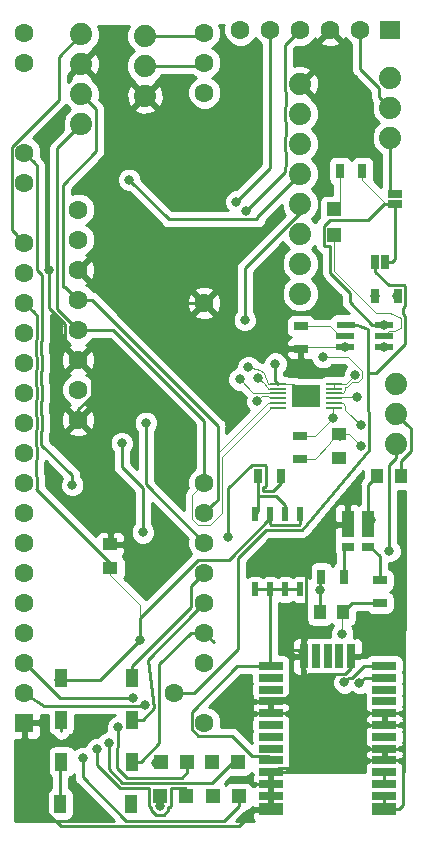
<source format=gbr>
G04 #@! TF.GenerationSoftware,KiCad,Pcbnew,(5.0.1)-rc2*
G04 #@! TF.CreationDate,2018-11-18T21:24:51-07:00*
G04 #@! TF.ProjectId,GPSLogger,4750534C6F676765722E6B696361645F,rev?*
G04 #@! TF.SameCoordinates,Original*
G04 #@! TF.FileFunction,Copper,L1,Top,Signal*
G04 #@! TF.FilePolarity,Positive*
%FSLAX46Y46*%
G04 Gerber Fmt 4.6, Leading zero omitted, Abs format (unit mm)*
G04 Created by KiCad (PCBNEW (5.0.1)-rc2) date 11/18/2018 9:24:51 PM*
%MOMM*%
%LPD*%
G01*
G04 APERTURE LIST*
G04 #@! TA.AperFunction,ComponentPad*
%ADD10C,1.600000*%
G04 #@! TD*
G04 #@! TA.AperFunction,ComponentPad*
%ADD11R,1.600000X1.600000*%
G04 #@! TD*
G04 #@! TA.AperFunction,SMDPad,CuDef*
%ADD12R,1.000000X1.500000*%
G04 #@! TD*
G04 #@! TA.AperFunction,SMDPad,CuDef*
%ADD13R,1.250000X1.000000*%
G04 #@! TD*
G04 #@! TA.AperFunction,SMDPad,CuDef*
%ADD14R,1.000000X1.250000*%
G04 #@! TD*
G04 #@! TA.AperFunction,SMDPad,CuDef*
%ADD15R,1.200000X1.200000*%
G04 #@! TD*
G04 #@! TA.AperFunction,ComponentPad*
%ADD16C,1.879600*%
G04 #@! TD*
G04 #@! TA.AperFunction,SMDPad,CuDef*
%ADD17R,0.635000X1.270000*%
G04 #@! TD*
G04 #@! TA.AperFunction,SMDPad,CuDef*
%ADD18R,1.270000X0.635000*%
G04 #@! TD*
G04 #@! TA.AperFunction,SMDPad,CuDef*
%ADD19R,0.700000X1.300000*%
G04 #@! TD*
G04 #@! TA.AperFunction,SMDPad,CuDef*
%ADD20R,1.300000X0.700000*%
G04 #@! TD*
G04 #@! TA.AperFunction,SMDPad,CuDef*
%ADD21R,1.500000X0.599999*%
G04 #@! TD*
G04 #@! TA.AperFunction,SMDPad,CuDef*
%ADD22O,1.500000X0.250000*%
G04 #@! TD*
G04 #@! TA.AperFunction,SMDPad,CuDef*
%ADD23R,2.450000X1.950001*%
G04 #@! TD*
G04 #@! TA.AperFunction,SMDPad,CuDef*
%ADD24R,0.508000X1.143000*%
G04 #@! TD*
G04 #@! TA.AperFunction,SMDPad,CuDef*
%ADD25R,0.700000X2.000000*%
G04 #@! TD*
G04 #@! TA.AperFunction,SMDPad,CuDef*
%ADD26R,2.000000X0.700000*%
G04 #@! TD*
G04 #@! TA.AperFunction,SMDPad,CuDef*
%ADD27R,2.000000X1.000000*%
G04 #@! TD*
G04 #@! TA.AperFunction,ComponentPad*
%ADD28R,1.700000X1.600000*%
G04 #@! TD*
G04 #@! TA.AperFunction,SMDPad,CuDef*
%ADD29R,1.010000X2.287000*%
G04 #@! TD*
G04 #@! TA.AperFunction,SMDPad,CuDef*
%ADD30R,1.010000X0.762000*%
G04 #@! TD*
G04 #@! TA.AperFunction,ViaPad*
%ADD31C,0.800000*%
G04 #@! TD*
G04 #@! TA.AperFunction,Conductor*
%ADD32C,0.250000*%
G04 #@! TD*
G04 #@! TA.AperFunction,Conductor*
%ADD33C,0.125000*%
G04 #@! TD*
G04 #@! TA.AperFunction,Conductor*
%ADD34C,0.254000*%
G04 #@! TD*
G04 APERTURE END LIST*
D10*
G04 #@! TO.P,U2,20*
G04 #@! TO.N,GPS_Pwr_En_P28*
X130048000Y-38354000D03*
G04 #@! TO.P,U2,54*
G04 #@! TO.N,USBPwr*
X142748000Y-84074000D03*
G04 #@! TO.P,U2,53*
G04 #@! TO.N,BattPwr*
X145288000Y-86614000D03*
G04 #@! TO.P,U2,51*
G04 #@! TO.N,+3V3*
X145288000Y-81534000D03*
G04 #@! TO.P,U2,50*
G04 #@! TO.N,Fun_Btn_1_P23*
X145288000Y-78994000D03*
G04 #@! TO.P,U2,49*
G04 #@! TO.N,Fun_Btn_2_P22*
X145288000Y-76454000D03*
G04 #@! TO.P,U2,48*
G04 #@! TO.N,Fun_Btn_3_P21*
X145288000Y-73914000D03*
G04 #@! TO.P,U2,47*
G04 #@! TO.N,/Screen_CS_P20*
X145288000Y-71374000D03*
G04 #@! TO.P,U2,46*
G04 #@! TO.N,SCL*
X145288000Y-68834000D03*
G04 #@! TO.P,U2,45*
G04 #@! TO.N,SDA*
X145288000Y-66294000D03*
G04 #@! TO.P,U2,39*
G04 #@! TO.N,BattRtn*
X145288000Y-51054000D03*
D11*
G04 #@! TO.P,U2,1*
X130048000Y-86614000D03*
D10*
G04 #@! TO.P,U2,2*
G04 #@! TO.N,/GPS_Tx_RX1_P0*
X130048000Y-84074000D03*
G04 #@! TO.P,U2,3*
G04 #@! TO.N,/GPS_Rx_TX1_P1*
X130048000Y-81534000D03*
G04 #@! TO.P,U2,4*
G04 #@! TO.N,LED1_P2*
X130048000Y-78994000D03*
G04 #@! TO.P,U2,5*
G04 #@! TO.N,LED2_P3*
X130048000Y-76454000D03*
G04 #@! TO.P,U2,6*
G04 #@! TO.N,LED3_P4*
X130048000Y-73914000D03*
G04 #@! TO.P,U2,7*
G04 #@! TO.N,LED4_P5*
X130048000Y-71374000D03*
G04 #@! TO.P,U2,8*
G04 #@! TO.N,/Screen_RST_P6*
X130048000Y-68834000D03*
G04 #@! TO.P,U2,9*
G04 #@! TO.N,/Screen_BUSY_P7*
X130048000Y-66294000D03*
G04 #@! TO.P,U2,10*
G04 #@! TO.N,/Screen_DC_P8*
X130048000Y-63754000D03*
G04 #@! TO.P,U2,11*
G04 #@! TO.N,/BLE_Tx_RX2_P9*
X130048000Y-61214000D03*
G04 #@! TO.P,U2,12*
G04 #@! TO.N,/BLE_Rx_TX2_P10*
X130048000Y-58674000D03*
G04 #@! TO.P,U2,13*
G04 #@! TO.N,/Screen_DIN_P11*
X130048000Y-56134000D03*
G04 #@! TO.P,U2,32*
G04 #@! TO.N,N/C*
X145288000Y-33274000D03*
G04 #@! TO.P,U2,31*
G04 #@! TO.N,/Debug_Tx_RX5_P34*
X145288000Y-30734000D03*
G04 #@! TO.P,U2,30*
G04 #@! TO.N,/Debug_Rx_TX5_P33*
X145288000Y-28194000D03*
G04 #@! TO.P,U2,24*
G04 #@! TO.N,N/C*
X130048000Y-28194000D03*
G04 #@! TO.P,U2,23*
X130048000Y-30734000D03*
G04 #@! TO.P,U2,14*
X130048000Y-53594000D03*
G04 #@! TO.P,U2,15*
G04 #@! TO.N,+3V3*
X130048000Y-51054000D03*
G04 #@! TO.P,U2,16*
G04 #@! TO.N,N/C*
X130048000Y-48514000D03*
G04 #@! TO.P,U2,19*
G04 #@! TO.N,/Screen_SCK_P27*
X130048000Y-40894000D03*
G04 #@! TO.P,U2,17*
G04 #@! TO.N,/Sensor_PWR_P25*
X130048000Y-45974000D03*
G04 #@! TD*
D12*
G04 #@! TO.P,J7,1*
G04 #@! TO.N,Fun_Btn_2_P22*
X139192000Y-86336000D03*
G04 #@! TO.P,J7,2*
G04 #@! TO.N,+3V3*
X133192000Y-86336000D03*
G04 #@! TD*
D13*
G04 #@! TO.P,C2,2*
G04 #@! TO.N,BattRtn*
X137350500Y-71501000D03*
G04 #@! TO.P,C2,1*
G04 #@! TO.N,+3V3*
X137350500Y-73501000D03*
G04 #@! TD*
D14*
G04 #@! TO.P,C3,2*
G04 #@! TO.N,Net-(C3-Pad2)*
X157067000Y-77216000D03*
G04 #@! TO.P,C3,1*
G04 #@! TO.N,Net-(C3-Pad1)*
X155067000Y-77216000D03*
G04 #@! TD*
D13*
G04 #@! TO.P,C4,2*
G04 #@! TO.N,Net-(C4-Pad2)*
X156718000Y-64198500D03*
G04 #@! TO.P,C4,1*
G04 #@! TO.N,Net-(C4-Pad1)*
X156718000Y-62198500D03*
G04 #@! TD*
D14*
G04 #@! TO.P,C6,1*
G04 #@! TO.N,Net-(C6-Pad1)*
X161909000Y-65722500D03*
G04 #@! TO.P,C6,2*
G04 #@! TO.N,Net-(C4-Pad2)*
X159909000Y-65722500D03*
G04 #@! TD*
D15*
G04 #@! TO.P,D1,1*
G04 #@! TO.N,Net-(D1-Pad1)*
X146009000Y-92837000D03*
G04 #@! TO.P,D1,2*
G04 #@! TO.N,LED1_P2*
X148209000Y-92837000D03*
G04 #@! TD*
G04 #@! TO.P,D2,1*
G04 #@! TO.N,Net-(D2-Pad1)*
X141521000Y-92773500D03*
G04 #@! TO.P,D2,2*
G04 #@! TO.N,LED2_P3*
X143721000Y-92773500D03*
G04 #@! TD*
G04 #@! TO.P,D3,1*
G04 #@! TO.N,Net-(D3-Pad1)*
X145966000Y-89916000D03*
G04 #@! TO.P,D3,2*
G04 #@! TO.N,LED3_P4*
X148166000Y-89916000D03*
G04 #@! TD*
G04 #@! TO.P,D4,2*
G04 #@! TO.N,LED4_P5*
X143848000Y-89916000D03*
G04 #@! TO.P,D4,1*
G04 #@! TO.N,Net-(D4-Pad1)*
X141648000Y-89916000D03*
G04 #@! TD*
G04 #@! TO.P,D5,2*
G04 #@! TO.N,Net-(D5-Pad2)*
X156273500Y-43139000D03*
G04 #@! TO.P,D5,1*
G04 #@! TO.N,Net-(D5-Pad1)*
X156273500Y-45339000D03*
G04 #@! TD*
D16*
G04 #@! TO.P,J1,1*
G04 #@! TO.N,BattRtn*
X140271500Y-33528000D03*
G04 #@! TO.P,J1,2*
G04 #@! TO.N,/Debug_Tx_RX5_P34*
X140271500Y-30988000D03*
G04 #@! TO.P,J1,3*
G04 #@! TO.N,/Debug_Rx_TX5_P33*
X140271500Y-28448000D03*
G04 #@! TD*
G04 #@! TO.P,J3,3*
G04 #@! TO.N,N/C*
X161036000Y-32004000D03*
G04 #@! TO.P,J3,2*
G04 #@! TO.N,/BLE_Pwr*
X161036000Y-34544000D03*
G04 #@! TO.P,J3,1*
G04 #@! TO.N,BattPwr*
X161036000Y-37084000D03*
G04 #@! TD*
G04 #@! TO.P,J4,8*
G04 #@! TO.N,/Screen_BUSY_P7*
X153416000Y-50292000D03*
G04 #@! TO.P,J4,7*
G04 #@! TO.N,/Screen_RST_P6*
X153416000Y-47752000D03*
G04 #@! TO.P,J4,6*
G04 #@! TO.N,/Screen_DC_P8*
X153416000Y-45212000D03*
G04 #@! TO.P,J4,5*
G04 #@! TO.N,/Screen_CS_P20*
X153416000Y-42672000D03*
G04 #@! TO.P,J4,4*
G04 #@! TO.N,/Screen_SCK_P27*
X153416000Y-40132000D03*
G04 #@! TO.P,J4,3*
G04 #@! TO.N,/Screen_DIN_P11*
X153416000Y-37592000D03*
G04 #@! TO.P,J4,2*
G04 #@! TO.N,+3V3*
X153416000Y-35052000D03*
G04 #@! TO.P,J4,1*
G04 #@! TO.N,BattRtn*
X153416000Y-32512000D03*
G04 #@! TD*
D12*
G04 #@! TO.P,J5,2*
G04 #@! TO.N,Net-(J5-Pad2)*
X139096000Y-93496000D03*
G04 #@! TO.P,J5,1*
G04 #@! TO.N,+3V3*
X133096000Y-93496000D03*
G04 #@! TD*
G04 #@! TO.P,J6,2*
G04 #@! TO.N,+3V3*
X133192000Y-89892000D03*
G04 #@! TO.P,J6,1*
G04 #@! TO.N,Fun_Btn_1_P23*
X139192000Y-89892000D03*
G04 #@! TD*
G04 #@! TO.P,J8,1*
G04 #@! TO.N,Fun_Btn_3_P21*
X139192000Y-82780000D03*
G04 #@! TO.P,J8,2*
G04 #@! TO.N,+3V3*
X133192000Y-82780000D03*
G04 #@! TD*
D16*
G04 #@! TO.P,J9,1*
G04 #@! TO.N,Net-(J10-Pad3)*
X161544000Y-62992000D03*
G04 #@! TO.P,J9,2*
G04 #@! TO.N,Net-(C6-Pad1)*
X161544000Y-60452000D03*
G04 #@! TO.P,J9,3*
G04 #@! TO.N,N/C*
X161544000Y-57912000D03*
G04 #@! TD*
D17*
G04 #@! TO.P,JP1,1*
G04 #@! TO.N,USBPwr*
X159778700Y-47561500D03*
G04 #@! TO.P,JP1,2*
G04 #@! TO.N,Net-(C4-Pad1)*
X160591500Y-47561500D03*
G04 #@! TD*
D18*
G04 #@! TO.P,JP2,1*
G04 #@! TO.N,BattPwr*
X161417000Y-41846500D03*
G04 #@! TO.P,JP2,2*
G04 #@! TO.N,Net-(C4-Pad1)*
X161417000Y-42659300D03*
G04 #@! TD*
D19*
G04 #@! TO.P,R1,1*
G04 #@! TO.N,Net-(R1-Pad1)*
X149865000Y-65722500D03*
G04 #@! TO.P,R1,2*
G04 #@! TO.N,GPS_Pwr_En_P28*
X151765000Y-65722500D03*
G04 #@! TD*
D20*
G04 #@! TO.P,R9,1*
G04 #@! TO.N,BattRtn*
X153479500Y-54925000D03*
G04 #@! TO.P,R9,2*
G04 #@! TO.N,Net-(R9-Pad2)*
X153479500Y-53025000D03*
G04 #@! TD*
G04 #@! TO.P,R10,1*
G04 #@! TO.N,Net-(C3-Pad2)*
X160147000Y-76449000D03*
G04 #@! TO.P,R10,2*
G04 #@! TO.N,Net-(R10-Pad2)*
X160147000Y-74549000D03*
G04 #@! TD*
D19*
G04 #@! TO.P,R12,2*
G04 #@! TO.N,Net-(R12-Pad2)*
X157099000Y-74231500D03*
G04 #@! TO.P,R12,1*
G04 #@! TO.N,Net-(C3-Pad1)*
X155199000Y-74231500D03*
G04 #@! TD*
G04 #@! TO.P,R13,2*
G04 #@! TO.N,Net-(D5-Pad2)*
X156786500Y-39878000D03*
G04 #@! TO.P,R13,1*
G04 #@! TO.N,Net-(C4-Pad1)*
X158686500Y-39878000D03*
G04 #@! TD*
D20*
G04 #@! TO.P,R17,2*
G04 #@! TO.N,Net-(C4-Pad1)*
X153416000Y-64257000D03*
G04 #@! TO.P,R17,1*
G04 #@! TO.N,Net-(R17-Pad1)*
X153416000Y-62357000D03*
G04 #@! TD*
D19*
G04 #@! TO.P,TH1,1*
G04 #@! TO.N,Net-(TH1-Pad1)*
X161666000Y-50482500D03*
G04 #@! TO.P,TH1,2*
G04 #@! TO.N,BattRtn*
X159766000Y-50482500D03*
G04 #@! TD*
D16*
G04 #@! TO.P,U4,1*
G04 #@! TO.N,/Sensor_PWR_P25*
X134874000Y-28321000D03*
G04 #@! TO.P,U4,2*
G04 #@! TO.N,BattRtn*
X134874000Y-30861000D03*
G04 #@! TO.P,U4,3*
G04 #@! TO.N,SCL*
X134874000Y-33401000D03*
G04 #@! TO.P,U4,4*
G04 #@! TO.N,SDA*
X134874000Y-35941000D03*
G04 #@! TD*
D21*
G04 #@! TO.P,U6,1*
G04 #@! TO.N,USBPwr*
X157258000Y-52897999D03*
G04 #@! TO.P,U6,2*
G04 #@! TO.N,Net-(R9-Pad2)*
X157248000Y-53848000D03*
G04 #@! TO.P,U6,3*
G04 #@! TO.N,BattRtn*
X157248000Y-54797998D03*
G04 #@! TO.P,U6,4*
G04 #@! TO.N,Net-(TH1-Pad1)*
X160528000Y-54797998D03*
G04 #@! TO.P,U6,5*
G04 #@! TO.N,Net-(D5-Pad1)*
X160528000Y-53848000D03*
G04 #@! TO.P,U6,6*
G04 #@! TO.N,Net-(C4-Pad1)*
X160528000Y-52897999D03*
G04 #@! TD*
D22*
G04 #@! TO.P,U7,1*
G04 #@! TO.N,Net-(C4-Pad2)*
X151574000Y-57927999D03*
D23*
G04 #@! TO.P,U7,13*
X153924000Y-58927997D03*
D22*
G04 #@! TO.P,U7,2*
G04 #@! TO.N,Net-(C3-Pad2)*
X151574000Y-58328000D03*
G04 #@! TO.P,U7,3*
G04 #@! TO.N,Net-(C3-Pad1)*
X151574000Y-58728000D03*
G04 #@! TO.P,U7,4*
G04 #@! TO.N,Net-(JP3-Pad1)*
X151574000Y-59128000D03*
G04 #@! TO.P,U7,5*
G04 #@! TO.N,SCL*
X151574000Y-59528000D03*
G04 #@! TO.P,U7,6*
G04 #@! TO.N,SDA*
X151574000Y-59928000D03*
G04 #@! TO.P,U7,7*
G04 #@! TO.N,Net-(R17-Pad1)*
X156274000Y-59928000D03*
G04 #@! TO.P,U7,8*
G04 #@! TO.N,Net-(R16-Pad1)*
X156274000Y-59528000D03*
G04 #@! TO.P,U7,9*
G04 #@! TO.N,Net-(R18-Pad1)*
X156274000Y-59128000D03*
G04 #@! TO.P,U7,10*
G04 #@! TO.N,Net-(C5-Pad1)*
X156274000Y-58728000D03*
G04 #@! TO.P,U7,11*
G04 #@! TO.N,Net-(C6-Pad1)*
X156274000Y-58328000D03*
G04 #@! TO.P,U7,12*
X156274000Y-57928000D03*
G04 #@! TD*
D10*
G04 #@! TO.P,U3,1*
G04 #@! TO.N,N/C*
X134620000Y-43180000D03*
G04 #@! TO.P,U3,2*
G04 #@! TO.N,/Sensor_PWR_P25*
X134620000Y-45720000D03*
G04 #@! TO.P,U3,3*
G04 #@! TO.N,BattRtn*
X134620000Y-48260000D03*
G04 #@! TO.P,U3,4*
G04 #@! TO.N,SCL*
X134620000Y-50800000D03*
G04 #@! TO.P,U3,5*
G04 #@! TO.N,SDA*
X134620000Y-53340000D03*
G04 #@! TO.P,U3,6*
G04 #@! TO.N,BattRtn*
X134620000Y-55880000D03*
G04 #@! TO.P,U3,7*
G04 #@! TO.N,N/C*
X134620000Y-58420000D03*
G04 #@! TO.P,U3,8*
G04 #@! TO.N,BattRtn*
X134620000Y-60960000D03*
G04 #@! TD*
D24*
G04 #@! TO.P,U5,1*
G04 #@! TO.N,+3V3*
X153416000Y-68961000D03*
G04 #@! TO.P,U5,2*
G04 #@! TO.N,Net-(R1-Pad1)*
X152146000Y-68961000D03*
G04 #@! TO.P,U5,3*
G04 #@! TO.N,+3V3*
X150876000Y-68961000D03*
G04 #@! TO.P,U5,4*
G04 #@! TO.N,Net-(R1-Pad1)*
X149606000Y-68961000D03*
G04 #@! TO.P,U5,5*
G04 #@! TO.N,GPS_Pwr*
X149606000Y-75311000D03*
G04 #@! TO.P,U5,6*
X150876000Y-75311000D03*
G04 #@! TO.P,U5,7*
X152146000Y-75311000D03*
G04 #@! TO.P,U5,8*
X153416000Y-75311000D03*
G04 #@! TD*
D25*
G04 #@! TO.P,U1,28*
G04 #@! TO.N,N/C*
X156728000Y-80996000D03*
G04 #@! TO.P,U1,29*
X155728000Y-80996000D03*
G04 #@! TO.P,U1,30*
X154728000Y-80996000D03*
G04 #@! TO.P,U1,31*
G04 #@! TO.N,BattRtn*
X153728000Y-80996000D03*
G04 #@! TO.P,U1,27*
X157728000Y-80996000D03*
D26*
G04 #@! TO.P,U1,1*
G04 #@! TO.N,GPS_Pwr*
X150928000Y-81796000D03*
G04 #@! TO.P,U1,2*
G04 #@! TO.N,N/C*
X150928000Y-82796000D03*
G04 #@! TO.P,U1,3*
X150928000Y-83796000D03*
G04 #@! TO.P,U1,4*
G04 #@! TO.N,BattRtn*
X150928000Y-84796000D03*
G04 #@! TO.P,U1,5*
X150928000Y-85796000D03*
G04 #@! TO.P,U1,6*
G04 #@! TO.N,N/C*
X150928000Y-86796000D03*
G04 #@! TO.P,U1,7*
X150928000Y-87796000D03*
G04 #@! TO.P,U1,8*
X150928000Y-88796000D03*
G04 #@! TO.P,U1,9*
G04 #@! TO.N,GPS_Pwr*
X150928000Y-89796000D03*
G04 #@! TO.P,U1,10*
G04 #@! TO.N,BattRtn*
X150928000Y-90796000D03*
G04 #@! TO.P,U1,15*
X160528000Y-92796000D03*
G04 #@! TO.P,U1,16*
G04 #@! TO.N,Net-(U1-Pad16)*
X160528000Y-91796000D03*
G04 #@! TO.P,U1,17*
X160528000Y-90796000D03*
G04 #@! TO.P,U1,18*
G04 #@! TO.N,BattRtn*
X160528000Y-89796000D03*
G04 #@! TO.P,U1,19*
X160528000Y-88796000D03*
G04 #@! TO.P,U1,20*
G04 #@! TO.N,N/C*
X160528000Y-87796000D03*
G04 #@! TO.P,U1,21*
G04 #@! TO.N,BattRtn*
X160528000Y-86796000D03*
G04 #@! TO.P,U1,22*
X160528000Y-85796000D03*
G04 #@! TO.P,U1,23*
G04 #@! TO.N,N/C*
X160528000Y-84796000D03*
G04 #@! TO.P,U1,24*
X160528000Y-83796000D03*
G04 #@! TO.P,U1,25*
G04 #@! TO.N,/GPS_Tx_RX1_P0*
X160528000Y-82796000D03*
G04 #@! TO.P,U1,26*
G04 #@! TO.N,/GPS_Rx_TX1_P1*
X160528000Y-81796000D03*
G04 #@! TO.P,U1,11*
G04 #@! TO.N,BattRtn*
X150928000Y-91796000D03*
G04 #@! TO.P,U1,12*
X150928000Y-92796000D03*
D27*
G04 #@! TO.P,U1,14*
X160528000Y-93946000D03*
G04 #@! TO.P,U1,13*
X150928000Y-93946000D03*
G04 #@! TD*
D10*
G04 #@! TO.P,J2,6*
G04 #@! TO.N,N/C*
X148336000Y-27940000D03*
G04 #@! TO.P,J2,5*
G04 #@! TO.N,/BLE_Rx_TX2_P10*
X150876000Y-27940000D03*
G04 #@! TO.P,J2,4*
G04 #@! TO.N,/BLE_Tx_RX2_P9*
X153416000Y-27940000D03*
D28*
G04 #@! TO.P,J2,1*
G04 #@! TO.N,N/C*
X161036000Y-27940000D03*
D10*
G04 #@! TO.P,J2,2*
G04 #@! TO.N,/BLE_Pwr*
X158496000Y-27940000D03*
G04 #@! TO.P,J2,3*
G04 #@! TO.N,BattRtn*
X155956000Y-27940000D03*
G04 #@! TD*
D29*
G04 #@! TO.P,U9,1*
G04 #@! TO.N,Net-(C4-Pad2)*
X159194500Y-69785500D03*
G04 #@! TO.P,U9,4*
G04 #@! TO.N,BattRtn*
X157424500Y-69786000D03*
D30*
G04 #@! TO.P,U9,3*
G04 #@! TO.N,Net-(R12-Pad2)*
X157424500Y-71691500D03*
G04 #@! TO.P,U9,2*
G04 #@! TO.N,Net-(R10-Pad2)*
X159194500Y-71691500D03*
G04 #@! TD*
D31*
G04 #@! TO.N,BattRtn*
X152209500Y-80454500D03*
X132117000Y-48260000D03*
X157248000Y-54797998D03*
X159766000Y-50482500D03*
G04 #@! TO.N,+3V3*
X133192000Y-89892000D03*
X133192000Y-86336000D03*
X133000347Y-82971653D03*
X139827000Y-79565500D03*
G04 #@! TO.N,Net-(C3-Pad2)*
X149878443Y-57421006D03*
X156972000Y-79057500D03*
G04 #@! TO.N,Net-(C3-Pad1)*
X148276745Y-57530902D03*
X155067000Y-75374500D03*
G04 #@! TO.N,Net-(C4-Pad2)*
X159909000Y-65722500D03*
X149034500Y-56515000D03*
X156718000Y-64198500D03*
X151320500Y-56197500D03*
X159385000Y-69469000D03*
G04 #@! TO.N,Net-(C4-Pad1)*
X160528000Y-52897999D03*
X158579279Y-63204651D03*
X156781500Y-62357000D03*
G04 #@! TO.N,Net-(C5-Pad1)*
X155321000Y-55657500D03*
G04 #@! TO.N,Net-(C6-Pad1)*
X158051500Y-57150000D03*
G04 #@! TO.N,Net-(D1-Pad1)*
X146009000Y-92837000D03*
G04 #@! TO.N,LED1_P2*
X135001000Y-89598500D03*
G04 #@! TO.N,Net-(D2-Pad1)*
X141536500Y-93662500D03*
G04 #@! TO.N,LED2_P3*
X136199051Y-88836500D03*
G04 #@! TO.N,Net-(D3-Pad1)*
X145966000Y-89916000D03*
G04 #@! TO.N,LED3_P4*
X137197000Y-88328500D03*
G04 #@! TO.N,LED4_P5*
X138000219Y-86995000D03*
G04 #@! TO.N,Net-(D4-Pad1)*
X141224000Y-90048000D03*
G04 #@! TO.N,/BLE_Tx_RX2_P9*
X148844000Y-43243500D03*
G04 #@! TO.N,/BLE_Rx_TX2_P10*
X148018500Y-42481500D03*
G04 #@! TO.N,/Screen_CS_P20*
X148717000Y-52514500D03*
X140335000Y-61214000D03*
G04 #@! TO.N,/Screen_SCK_P27*
X138938000Y-40640000D03*
G04 #@! TO.N,Net-(J5-Pad2)*
X139096000Y-93496000D03*
G04 #@! TO.N,Net-(R16-Pad1)*
X158557009Y-61411897D03*
G04 #@! TO.N,Net-(R17-Pad1)*
X156210000Y-60833000D03*
G04 #@! TO.N,Net-(R18-Pad1)*
X158202000Y-58991500D03*
G04 #@! TO.N,Net-(TH1-Pad1)*
X160528000Y-54797998D03*
X161607500Y-50482500D03*
G04 #@! TO.N,/GPS_Rx_TX1_P1*
X157162500Y-83185000D03*
X139255500Y-84491405D03*
G04 #@! TO.N,/GPS_Tx_RX1_P0*
X158432500Y-83248500D03*
X140245924Y-85078961D03*
G04 #@! TO.N,GPS_Pwr_En_P28*
X147320000Y-70866000D03*
X140081000Y-70485000D03*
X138303000Y-62928500D03*
X134112000Y-66484500D03*
G04 #@! TO.N,Net-(J10-Pad3)*
X160972500Y-72072500D03*
G04 #@! TO.N,Net-(JP3-Pad1)*
X149796500Y-59372500D03*
G04 #@! TD*
D32*
G04 #@! TO.N,BattRtn*
X150928000Y-91796000D02*
X150928000Y-93206500D01*
X150928000Y-93206500D02*
X150928000Y-93946000D01*
X150928000Y-90796000D02*
X150928000Y-91796000D01*
X150928000Y-85796000D02*
X150928000Y-84796000D01*
X151252999Y-84471001D02*
X150928000Y-84796000D01*
X152188001Y-84471001D02*
X151252999Y-84471001D01*
X153728000Y-82931002D02*
X152188001Y-84471001D01*
X153728000Y-80996000D02*
X153728000Y-82931002D01*
X154199003Y-82459999D02*
X153728000Y-82931002D01*
X157199003Y-82459999D02*
X154199003Y-82459999D01*
X157728000Y-81931002D02*
X157199003Y-82459999D01*
X157728000Y-80996000D02*
X157728000Y-81931002D01*
X160528000Y-86796000D02*
X160528000Y-85796000D01*
X160528000Y-93946000D02*
X160528000Y-92796000D01*
X160528000Y-89796000D02*
X160528000Y-88796000D01*
X153186500Y-80454500D02*
X153728000Y-80996000D01*
X152209500Y-80454500D02*
X153186500Y-80454500D01*
X130048000Y-92283002D02*
X133141998Y-95377000D01*
X130048000Y-86614000D02*
X130048000Y-92283002D01*
X149678000Y-93946000D02*
X150928000Y-93946000D01*
X148247000Y-95377000D02*
X149678000Y-93946000D01*
X133141998Y-95377000D02*
X148247000Y-95377000D01*
X135419999Y-56679999D02*
X134620000Y-55880000D01*
X135745001Y-57005001D02*
X135419999Y-56679999D01*
X135745001Y-58960001D02*
X135745001Y-57005001D01*
X134620000Y-60085002D02*
X135745001Y-58960001D01*
X134620000Y-60960000D02*
X134620000Y-60085002D01*
X137414000Y-51054000D02*
X134620000Y-48260000D01*
X145288000Y-51054000D02*
X137414000Y-51054000D01*
X132117000Y-51473410D02*
X132117000Y-48260000D01*
X133494999Y-52851409D02*
X132117000Y-51473410D01*
X134620000Y-55880000D02*
X133494999Y-54754999D01*
X133494999Y-54754999D02*
X133494999Y-52851409D01*
D33*
X137350500Y-63690500D02*
X134620000Y-60960000D01*
X137350500Y-71501000D02*
X137350500Y-63690500D01*
D32*
X153728000Y-79746000D02*
X153728000Y-80996000D01*
X153945001Y-79528999D02*
X153728000Y-79746000D01*
X153945001Y-72510499D02*
X153945001Y-79528999D01*
X156669500Y-69786000D02*
X153945001Y-72510499D01*
X157424500Y-69786000D02*
X156669500Y-69786000D01*
D33*
X149159000Y-54925000D02*
X145288000Y-51054000D01*
X153479500Y-54925000D02*
X149159000Y-54925000D01*
X153606502Y-54797998D02*
X153479500Y-54925000D01*
X157248000Y-54797998D02*
X153606502Y-54797998D01*
D32*
X153178000Y-86796000D02*
X159385000Y-86796000D01*
X152178000Y-85796000D02*
X153178000Y-86796000D01*
X150928000Y-85796000D02*
X152178000Y-85796000D01*
X159278000Y-86796000D02*
X159385000Y-86796000D01*
X159385000Y-86796000D02*
X160528000Y-86796000D01*
X156178000Y-89796000D02*
X153178000Y-86796000D01*
X160528000Y-89796000D02*
X156178000Y-89796000D01*
X155552999Y-90421001D02*
X156178000Y-89796000D01*
X151640999Y-90421001D02*
X155552999Y-90421001D01*
X151266000Y-90796000D02*
X151640999Y-90421001D01*
X150928000Y-90796000D02*
X151266000Y-90796000D01*
X161778000Y-93946000D02*
X162115500Y-93608500D01*
X160528000Y-93946000D02*
X161778000Y-93946000D01*
X161778000Y-89796000D02*
X160528000Y-89796000D01*
X162115500Y-90133500D02*
X161778000Y-89796000D01*
X162115500Y-93608500D02*
X162115500Y-90133500D01*
G04 #@! TO.N,+3V3*
X133096000Y-89988000D02*
X133192000Y-89892000D01*
X133096000Y-93496000D02*
X133096000Y-89988000D01*
X133192000Y-86336000D02*
X133192000Y-87336000D01*
X133000347Y-82971653D02*
X133192000Y-82780000D01*
X133000347Y-82971653D02*
X136420847Y-82971653D01*
X136420847Y-82971653D02*
X139827000Y-79565500D01*
X150876000Y-69782500D02*
X150876000Y-68961000D01*
X150951001Y-69857501D02*
X150876000Y-69782500D01*
X153340999Y-69857501D02*
X150951001Y-69857501D01*
X153416000Y-69782500D02*
X153340999Y-69857501D01*
X153416000Y-68961000D02*
X153416000Y-69782500D01*
X139827000Y-78999815D02*
X139827000Y-79565500D01*
X144747999Y-72788999D02*
X139827000Y-77709998D01*
X147365501Y-72788999D02*
X144747999Y-72788999D01*
X150876000Y-69278500D02*
X147365501Y-72788999D01*
X150876000Y-68961000D02*
X150876000Y-69278500D01*
D33*
X139827000Y-76602500D02*
X139827000Y-77851000D01*
X137350500Y-74126000D02*
X139827000Y-76602500D01*
X137350500Y-73501000D02*
X137350500Y-74126000D01*
D32*
X139827000Y-77709998D02*
X139827000Y-77851000D01*
X139827000Y-77851000D02*
X139827000Y-78999815D01*
X130847999Y-51853999D02*
X130048000Y-51054000D01*
X131064000Y-54169002D02*
X131123001Y-54110001D01*
X131064000Y-55558998D02*
X131064000Y-54169002D01*
X131123001Y-55617999D02*
X131064000Y-55558998D01*
X131123001Y-56650001D02*
X131123001Y-55617999D01*
X131064000Y-56709002D02*
X131123001Y-56650001D01*
X131064000Y-58098998D02*
X131064000Y-56709002D01*
X131123001Y-58157999D02*
X131064000Y-58098998D01*
X131123001Y-59190001D02*
X131123001Y-58157999D01*
X131064000Y-59249002D02*
X131123001Y-59190001D01*
X131064000Y-60638998D02*
X131064000Y-59249002D01*
X131123001Y-60697999D02*
X131064000Y-60638998D01*
X131123001Y-61730001D02*
X131123001Y-60697999D01*
X131064000Y-63178998D02*
X131064000Y-61789002D01*
X131123001Y-63237999D02*
X131064000Y-63178998D01*
X131123001Y-64270001D02*
X131123001Y-63237999D01*
X131123001Y-52129001D02*
X130847999Y-51853999D01*
X131064000Y-64329002D02*
X131123001Y-64270001D01*
X131064000Y-65718998D02*
X131064000Y-64329002D01*
X131123001Y-65777999D02*
X131064000Y-65718998D01*
X131123001Y-54110001D02*
X131123001Y-52129001D01*
X131081250Y-66851752D02*
X131123001Y-66810001D01*
X131064000Y-61789002D02*
X131123001Y-61730001D01*
X137350500Y-73121002D02*
X131081250Y-66851752D01*
X131123001Y-66810001D02*
X131123001Y-65777999D01*
X137350500Y-73501000D02*
X137350500Y-73121002D01*
G04 #@! TO.N,Net-(C3-Pad2)*
X157834000Y-76449000D02*
X157067000Y-77216000D01*
X160147000Y-76449000D02*
X157834000Y-76449000D01*
D33*
X150699000Y-58328000D02*
X150680148Y-58309148D01*
X151574000Y-58328000D02*
X150699000Y-58328000D01*
X150680148Y-58309148D02*
X150680148Y-58225069D01*
X150680148Y-58225069D02*
X150475608Y-58124727D01*
X150475608Y-58124727D02*
X150420283Y-57962846D01*
X150420283Y-57962846D02*
X149878443Y-57421006D01*
X156972000Y-77311000D02*
X157067000Y-77216000D01*
X156972000Y-79057500D02*
X156972000Y-77311000D01*
D32*
G04 #@! TO.N,Net-(C3-Pad1)*
X155067000Y-74363500D02*
X155199000Y-74231500D01*
D33*
X149443334Y-58697491D02*
X148276745Y-57530902D01*
X150830102Y-58697491D02*
X149443334Y-58697491D01*
X151574000Y-58728000D02*
X150860611Y-58728000D01*
X150860611Y-58728000D02*
X150830102Y-58697491D01*
D32*
X155067000Y-77216000D02*
X155067000Y-75374500D01*
X155067000Y-75374500D02*
X155067000Y-74363500D01*
G04 #@! TO.N,Net-(C4-Pad2)*
X159194500Y-66437000D02*
X159909000Y-65722500D01*
X159194500Y-69785500D02*
X159194500Y-66437000D01*
D33*
X150699000Y-57927999D02*
X151574000Y-57927999D01*
X150368000Y-56959500D02*
X150699000Y-57927999D01*
X149034500Y-56515000D02*
X149987000Y-56705500D01*
X149987000Y-56705500D02*
X150368000Y-56959500D01*
X152924002Y-57927999D02*
X153924000Y-58927997D01*
X151574000Y-57927999D02*
X152924002Y-57927999D01*
D32*
X151320500Y-57674499D02*
X151574000Y-57927999D01*
X151320500Y-56197500D02*
X151320500Y-57674499D01*
D33*
G04 #@! TO.N,Net-(C4-Pad1)*
X156593000Y-62198500D02*
X156718000Y-62198500D01*
X155968000Y-62823500D02*
X156593000Y-62198500D01*
X155968000Y-62948500D02*
X155968000Y-62823500D01*
X154659500Y-64257000D02*
X155968000Y-62948500D01*
X153416000Y-64257000D02*
X154659500Y-64257000D01*
X157573128Y-62198500D02*
X158579279Y-63204651D01*
X156718000Y-62198500D02*
X157573128Y-62198500D01*
X160657000Y-42659300D02*
X161417000Y-42659300D01*
X158686500Y-40688800D02*
X160657000Y-42659300D01*
X158686500Y-39878000D02*
X158686500Y-40688800D01*
D32*
X161159000Y-47561500D02*
X160591500Y-47561500D01*
X161417000Y-47303500D02*
X161159000Y-47561500D01*
X161417000Y-42659300D02*
X161417000Y-47303500D01*
X160532000Y-42659300D02*
X161417000Y-42659300D01*
X155453499Y-46214001D02*
X155398499Y-46159001D01*
X155935990Y-46214001D02*
X155453499Y-46214001D01*
X155903497Y-44014001D02*
X159177299Y-44014001D01*
X155935990Y-48512303D02*
X155935990Y-46214001D01*
X155398499Y-44518999D02*
X155903497Y-44014001D01*
X157607000Y-50183312D02*
X155935990Y-48512303D01*
X159177299Y-44014001D02*
X160532000Y-42659300D01*
X155398499Y-46159001D02*
X155398499Y-44518999D01*
X157607000Y-50976999D02*
X157607000Y-50183312D01*
X159528000Y-52897999D02*
X157607000Y-50976999D01*
X160528000Y-52897999D02*
X159528000Y-52897999D01*
D33*
G04 #@! TO.N,Net-(C5-Pad1)*
X158664001Y-56855999D02*
X157465502Y-55657500D01*
X158664001Y-57444001D02*
X158664001Y-56855999D01*
X158345501Y-57762501D02*
X158664001Y-57444001D01*
X157465502Y-55657500D02*
X155321000Y-55657500D01*
X157827921Y-57762501D02*
X158345501Y-57762501D01*
X157387412Y-58203010D02*
X157827921Y-57762501D01*
X157236510Y-58467801D02*
X157236510Y-58203010D01*
X157236510Y-58203010D02*
X157387412Y-58203010D01*
X157038801Y-58665510D02*
X157236510Y-58467801D01*
X156274000Y-58665510D02*
X157038801Y-58665510D01*
X156274000Y-58728000D02*
X156274000Y-58665510D01*
G04 #@! TO.N,Net-(C6-Pad1)*
X157273500Y-57928000D02*
X156274000Y-57928000D01*
X158051500Y-57150000D02*
X157273500Y-57928000D01*
X156274000Y-57928000D02*
X156274000Y-58328000D01*
D32*
X162483799Y-61391799D02*
X161544000Y-60452000D01*
X162758801Y-61666801D02*
X162483799Y-61391799D01*
X162758801Y-63575105D02*
X162758801Y-61666801D01*
X161909000Y-64424906D02*
X162758801Y-63575105D01*
X161909000Y-65722500D02*
X161909000Y-64424906D01*
G04 #@! TO.N,LED1_P2*
X135001000Y-89598500D02*
X135001000Y-91236002D01*
X135001000Y-91236002D02*
X138677500Y-94912502D01*
X138677500Y-94912502D02*
X146983498Y-94912502D01*
X146983498Y-94912502D02*
X148209000Y-93687000D01*
X148209000Y-93687000D02*
X148209000Y-92837000D01*
G04 #@! TO.N,Net-(D2-Pad1)*
X141521000Y-92773500D02*
X141521000Y-93647000D01*
X141521000Y-93647000D02*
X141536500Y-93662500D01*
G04 #@! TO.N,LED2_P3*
X143721000Y-92233003D02*
X143721000Y-92773500D01*
X143637517Y-92149520D02*
X143721000Y-92233003D01*
X142446001Y-93633501D02*
X142446001Y-92149520D01*
X138145054Y-92149519D02*
X140595999Y-92149520D01*
X140595999Y-93633501D02*
X140660999Y-93698501D01*
X140811499Y-93698501D02*
X140811499Y-94010501D01*
X136199051Y-90203516D02*
X138145054Y-92149519D01*
X136199051Y-88836500D02*
X136199051Y-90203516D01*
X140660999Y-93698501D02*
X140811499Y-93698501D01*
X142381001Y-93698501D02*
X142446001Y-93633501D01*
X140595999Y-92149520D02*
X140595999Y-93633501D01*
X140811499Y-94010501D02*
X141188499Y-94387501D01*
X141884501Y-94387501D02*
X142261501Y-94010501D01*
X142261501Y-93698501D02*
X142381001Y-93698501D01*
X142446001Y-92149520D02*
X143637517Y-92149520D01*
X141188499Y-94387501D02*
X141884501Y-94387501D01*
X142261501Y-94010501D02*
X142261501Y-93698501D01*
G04 #@! TO.N,LED3_P4*
X137197000Y-88328500D02*
X137197000Y-90565055D01*
X137197000Y-90565055D02*
X138331455Y-91699510D01*
X138331455Y-91699510D02*
X145967492Y-91699510D01*
X145967492Y-91699510D02*
X147751002Y-89916000D01*
X147751002Y-89916000D02*
X148166000Y-89916000D01*
G04 #@! TO.N,LED4_P5*
X138000219Y-86995000D02*
X137922000Y-90457002D01*
X137922000Y-90457002D02*
X138714498Y-91249500D01*
X138714498Y-91249500D02*
X143364500Y-91249500D01*
X143364500Y-91249500D02*
X143848000Y-90766000D01*
X143848000Y-90766000D02*
X143848000Y-89916000D01*
G04 #@! TO.N,Net-(D4-Pad1)*
X141648000Y-89916000D02*
X141356000Y-89916000D01*
X141356000Y-89916000D02*
X141224000Y-90048000D01*
D33*
G04 #@! TO.N,Net-(D5-Pad2)*
X156786500Y-42626000D02*
X156273500Y-43139000D01*
X156786500Y-39878000D02*
X156786500Y-42626000D01*
G04 #@! TO.N,Net-(D5-Pad1)*
X160965500Y-53410500D02*
X160528000Y-53848000D01*
X161448001Y-53410500D02*
X160965500Y-53410500D01*
X161490501Y-53368000D02*
X161448001Y-53410500D01*
X156273500Y-45339000D02*
X156273500Y-48372502D01*
X159843998Y-51943000D02*
X161005502Y-51943000D01*
X161005502Y-51943000D02*
X161988500Y-52324000D01*
X156273500Y-48372502D02*
X159843998Y-51943000D01*
X161988500Y-52324000D02*
X161988500Y-53213000D01*
X161988500Y-53213000D02*
X161490501Y-53368000D01*
D32*
G04 #@! TO.N,/Debug_Tx_RX5_P34*
X145034000Y-30988000D02*
X145288000Y-30734000D01*
X140271500Y-30988000D02*
X145034000Y-30988000D01*
G04 #@! TO.N,/Debug_Rx_TX5_P33*
X145034000Y-28448000D02*
X145288000Y-28194000D01*
X140271500Y-28448000D02*
X145034000Y-28448000D01*
G04 #@! TO.N,/BLE_Pwr*
X158496000Y-29071370D02*
X158496000Y-27940000D01*
X158496000Y-31261906D02*
X158496000Y-29071370D01*
X160096201Y-32862107D02*
X158496000Y-31261906D01*
X160096201Y-33604201D02*
X160096201Y-32862107D01*
X161036000Y-34544000D02*
X160096201Y-33604201D01*
G04 #@! TO.N,/BLE_Tx_RX2_P9*
X152151199Y-29204801D02*
X152616001Y-28739999D01*
X152151199Y-33119105D02*
X152151199Y-29204801D01*
X152209500Y-33177406D02*
X152151199Y-33119105D01*
X152209500Y-34386594D02*
X152209500Y-33177406D01*
X152151199Y-34444895D02*
X152209500Y-34386594D01*
X152151199Y-35659105D02*
X152151199Y-34444895D01*
X152209500Y-35717406D02*
X152151199Y-35659105D01*
X152151199Y-38199105D02*
X152151199Y-36984895D01*
X152209500Y-36926594D02*
X152209500Y-35717406D01*
X152209500Y-39466594D02*
X152209500Y-38257406D01*
X152151199Y-39524895D02*
X152209500Y-39466594D01*
X152616001Y-28739999D02*
X153416000Y-27940000D01*
X152151199Y-39936301D02*
X152151199Y-39524895D01*
X152151199Y-36984895D02*
X152209500Y-36926594D01*
X152209500Y-38257406D02*
X152151199Y-38199105D01*
X148844000Y-43243500D02*
X152151199Y-39936301D01*
G04 #@! TO.N,/BLE_Rx_TX2_P10*
X150876000Y-39624000D02*
X150876000Y-27940000D01*
X148018500Y-42481500D02*
X150876000Y-39624000D01*
G04 #@! TO.N,BattPwr*
X161036000Y-41465500D02*
X161417000Y-41846500D01*
X161036000Y-37084000D02*
X161036000Y-41465500D01*
G04 #@! TO.N,/Screen_CS_P20*
X153416000Y-43414094D02*
X148717000Y-48113094D01*
X153416000Y-42672000D02*
X153416000Y-43414094D01*
X148717000Y-48113094D02*
X148717000Y-52514500D01*
X140335000Y-66421000D02*
X145288000Y-71374000D01*
X140335000Y-61214000D02*
X140335000Y-66421000D01*
G04 #@! TO.N,/Screen_SCK_P27*
X142266501Y-43968501D02*
X149769999Y-43968501D01*
X138938000Y-40640000D02*
X142266501Y-43968501D01*
X149769999Y-43778001D02*
X153416000Y-40132000D01*
X149769999Y-43968501D02*
X149769999Y-43778001D01*
G04 #@! TO.N,Fun_Btn_1_P23*
X146087999Y-79793999D02*
X145288000Y-78994000D01*
X139192000Y-89892000D02*
X139192000Y-89642000D01*
X141483509Y-88350491D02*
X141483509Y-81666509D01*
X139192000Y-89892000D02*
X139942000Y-89892000D01*
X139942000Y-89892000D02*
X141483509Y-88350491D01*
X144156018Y-78994000D02*
X145288000Y-78994000D01*
X141483509Y-81666509D02*
X144156018Y-78994000D01*
G04 #@! TO.N,Fun_Btn_2_P22*
X144488001Y-77253999D02*
X145288000Y-76454000D01*
X140525500Y-81280000D02*
X144488001Y-77253999D01*
X141033500Y-85364387D02*
X140525500Y-81280000D01*
X139192000Y-86336000D02*
X140061887Y-86336000D01*
X140061887Y-86336000D02*
X141033500Y-85364387D01*
G04 #@! TO.N,Fun_Btn_3_P21*
X144488001Y-74713999D02*
X145288000Y-73914000D01*
X144162999Y-75039001D02*
X144488001Y-74713999D01*
X144162999Y-76809001D02*
X144162999Y-75039001D01*
X139192000Y-81780000D02*
X144162999Y-76809001D01*
X139192000Y-82780000D02*
X139192000Y-81780000D01*
G04 #@! TO.N,USBPwr*
X144413002Y-84074000D02*
X148145500Y-80341502D01*
X158258000Y-52897999D02*
X157258000Y-52897999D01*
X142748000Y-84074000D02*
X144413002Y-84074000D01*
X148145500Y-80341502D02*
X148145500Y-72645410D01*
X148145500Y-72645410D02*
X150483399Y-70307511D01*
X159131000Y-53276500D02*
X158258000Y-52897999D01*
X150483399Y-70307511D02*
X153527400Y-70307510D01*
X153527400Y-70307510D02*
X159258000Y-63500000D01*
X159848000Y-57023000D02*
X159177541Y-57023000D01*
X162326010Y-54544990D02*
X159848000Y-57023000D01*
X162115500Y-51528002D02*
X162115500Y-51973689D01*
X162291001Y-51352501D02*
X162115500Y-51528002D01*
X162291001Y-49612499D02*
X162291001Y-51352501D01*
X162236001Y-49557499D02*
X162291001Y-49612499D01*
X162326010Y-52184199D02*
X162326010Y-54544990D01*
X160889699Y-49557499D02*
X162236001Y-49557499D01*
X159778700Y-48446500D02*
X160889699Y-49557499D01*
X159778700Y-47561500D02*
X159778700Y-48446500D01*
X162115500Y-51973689D02*
X162326010Y-52184199D01*
X159177541Y-57023000D02*
X159131000Y-53276500D01*
X159258000Y-63500000D02*
X159177541Y-57023000D01*
G04 #@! TO.N,Net-(R1-Pad1)*
X149865000Y-68702000D02*
X149606000Y-68961000D01*
X151380000Y-67373500D02*
X149865000Y-67373500D01*
X152146000Y-68139500D02*
X151380000Y-67373500D01*
X152146000Y-68961000D02*
X152146000Y-68139500D01*
X149865000Y-65722500D02*
X149865000Y-67373500D01*
X149865000Y-67373500D02*
X149865000Y-68702000D01*
D33*
G04 #@! TO.N,Net-(R9-Pad2)*
X156798000Y-53848000D02*
X157248000Y-53848000D01*
X155975000Y-53025000D02*
X156798000Y-53848000D01*
X153479500Y-53025000D02*
X155975000Y-53025000D01*
D32*
G04 #@! TO.N,SCL*
X146087999Y-68034001D02*
X145288000Y-68834000D01*
X146413001Y-67708999D02*
X146087999Y-68034001D01*
X135751370Y-50800000D02*
X146413001Y-61461631D01*
X134620000Y-50800000D02*
X135751370Y-50800000D01*
X136138801Y-38232199D02*
X133292010Y-41078990D01*
X134874000Y-33401000D02*
X136138801Y-34665801D01*
X136138801Y-34665801D02*
X136138801Y-38232199D01*
X133292010Y-41078990D02*
X133292010Y-49720500D01*
X133540500Y-49720500D02*
X134620000Y-50800000D01*
X133292010Y-49720500D02*
X133540500Y-49720500D01*
D33*
X146473000Y-63754000D02*
X146413001Y-63754000D01*
X150699000Y-59528000D02*
X146473000Y-63754000D01*
X151574000Y-59528000D02*
X150699000Y-59528000D01*
D32*
X146413001Y-61461631D02*
X146413001Y-63754000D01*
X146413001Y-63754000D02*
X146413001Y-67708999D01*
G04 #@! TO.N,SDA*
X134620000Y-53340000D02*
X137604500Y-53340000D01*
X145288000Y-61023500D02*
X145288000Y-66294000D01*
X137604500Y-53340000D02*
X145288000Y-61023500D01*
X134874000Y-35941000D02*
X132842000Y-37973000D01*
X132842000Y-51562000D02*
X134620000Y-53340000D01*
X132842000Y-37973000D02*
X132842000Y-51562000D01*
D33*
X144488001Y-67093999D02*
X145288000Y-66294000D01*
X144275499Y-67306501D02*
X144488001Y-67093999D01*
X144275499Y-69320001D02*
X144275499Y-67306501D01*
X144801999Y-69846501D02*
X144275499Y-69320001D01*
X145774001Y-69846501D02*
X144801999Y-69846501D01*
X146750511Y-68869991D02*
X145774001Y-69846501D01*
X146750511Y-64126489D02*
X146750511Y-68869991D01*
X150949000Y-59928000D02*
X146750511Y-64126489D01*
X151574000Y-59928000D02*
X150949000Y-59928000D01*
G04 #@! TO.N,Net-(R16-Pad1)*
X157000500Y-59528000D02*
X156274000Y-59528000D01*
X157236510Y-59764010D02*
X157000500Y-59528000D01*
X157236510Y-60091398D02*
X157236510Y-59764010D01*
X158557009Y-61411897D02*
X157236510Y-60091398D01*
G04 #@! TO.N,Net-(R17-Pad1)*
X156210000Y-59992000D02*
X156274000Y-59928000D01*
X156210000Y-60833000D02*
X156210000Y-59992000D01*
X154686000Y-62357000D02*
X156210000Y-60833000D01*
X153416000Y-62357000D02*
X154686000Y-62357000D01*
G04 #@! TO.N,Net-(R18-Pad1)*
X156336490Y-59065510D02*
X156274000Y-59128000D01*
X157038801Y-59065510D02*
X156336490Y-59065510D01*
X157112811Y-58991500D02*
X157038801Y-59065510D01*
X158202000Y-58991500D02*
X157112811Y-58991500D01*
D32*
G04 #@! TO.N,/Sensor_PWR_P25*
X130302000Y-45720000D02*
X130048000Y-45974000D01*
X129248001Y-45174001D02*
X130048000Y-45974000D01*
X128972999Y-44898999D02*
X129248001Y-45174001D01*
X128972999Y-40377999D02*
X128972999Y-44898999D01*
X129032000Y-40318998D02*
X128972999Y-40377999D01*
X129032000Y-38929002D02*
X129032000Y-40318998D01*
X128972999Y-38870001D02*
X129032000Y-38929002D01*
X128972999Y-37837999D02*
X128972999Y-38870001D01*
X132969000Y-33841998D02*
X128972999Y-37837999D01*
X132969000Y-30226000D02*
X132969000Y-33841998D01*
X134874000Y-28321000D02*
X132969000Y-30226000D01*
G04 #@! TO.N,/GPS_Rx_TX1_P1*
X159278000Y-81796000D02*
X160528000Y-81796000D01*
X158811998Y-81796000D02*
X159278000Y-81796000D01*
X157822997Y-82785001D02*
X158811998Y-81796000D01*
X157562499Y-82785001D02*
X157822997Y-82785001D01*
X157162500Y-83185000D02*
X157562499Y-82785001D01*
X133068403Y-84491405D02*
X130110998Y-81534000D01*
X139255500Y-84491405D02*
X133068403Y-84491405D01*
X130110998Y-81534000D02*
X130048000Y-81534000D01*
G04 #@! TO.N,/GPS_Tx_RX1_P0*
X158885000Y-82796000D02*
X160528000Y-82796000D01*
X158432500Y-83248500D02*
X158885000Y-82796000D01*
X130048000Y-84074000D02*
X131699000Y-85217000D01*
X131699000Y-85217000D02*
X140107885Y-85217000D01*
X140107885Y-85217000D02*
X140245924Y-85078961D01*
G04 #@! TO.N,GPS_Pwr*
X149606000Y-75311000D02*
X150876000Y-75311000D01*
X150876000Y-75311000D02*
X152336500Y-75311000D01*
X152336500Y-75311000D02*
X153416000Y-75311000D01*
X150876000Y-81744000D02*
X150928000Y-81796000D01*
X150876000Y-75311000D02*
X150876000Y-81744000D01*
X147634003Y-87689001D02*
X144771999Y-87689001D01*
X149366003Y-89421001D02*
X147634003Y-87689001D01*
X150698501Y-89421001D02*
X149366003Y-89421001D01*
X150928000Y-89796000D02*
X150928000Y-89650500D01*
X150928000Y-89650500D02*
X150698501Y-89421001D01*
X144212999Y-87130001D02*
X144212999Y-85657001D01*
X144771999Y-87689001D02*
X144212999Y-87130001D01*
X148074000Y-81796000D02*
X150928000Y-81796000D01*
X144212999Y-85657001D02*
X148074000Y-81796000D01*
G04 #@! TO.N,Net-(U1-Pad16)*
X160528000Y-90796000D02*
X160528000Y-91796000D01*
G04 #@! TO.N,GPS_Pwr_En_P28*
X151765000Y-65422500D02*
X151765000Y-65722500D01*
X149294999Y-64797499D02*
X147320000Y-66772498D01*
X150490001Y-64852499D02*
X150435001Y-64797499D01*
X151765000Y-66294000D02*
X151085510Y-66973490D01*
X147320000Y-66772498D02*
X147320000Y-70866000D01*
X151765000Y-65722500D02*
X151765000Y-66294000D01*
X150490001Y-66592501D02*
X150490001Y-64852499D01*
X151085510Y-66973490D02*
X150265010Y-66973490D01*
X150265010Y-66973490D02*
X150265010Y-66647501D01*
X150265010Y-66647501D02*
X150435001Y-66647501D01*
X150435001Y-64797499D02*
X149294999Y-64797499D01*
X150435001Y-66647501D02*
X150490001Y-66592501D01*
X138303000Y-64954699D02*
X138303000Y-62928500D01*
X140081000Y-70485000D02*
X140081000Y-66732699D01*
X140081000Y-66732699D02*
X138303000Y-64954699D01*
X130847999Y-39153999D02*
X130048000Y-38354000D01*
X131127500Y-39433500D02*
X130847999Y-39153999D01*
X131127500Y-48269502D02*
X131127500Y-39433500D01*
X131523011Y-48665013D02*
X131127500Y-48269502D01*
X131523011Y-54275690D02*
X131523011Y-48665013D01*
X131508500Y-54290201D02*
X131523011Y-54275690D01*
X131523011Y-55452310D02*
X131508500Y-55437799D01*
X131523011Y-56815690D02*
X131523011Y-55452310D01*
X131508500Y-57977799D02*
X131508500Y-56830201D01*
X131508500Y-56830201D02*
X131523011Y-56815690D01*
X131523011Y-57992310D02*
X131508500Y-57977799D01*
X131523011Y-59355690D02*
X131523011Y-57992310D01*
X131508500Y-59370201D02*
X131523011Y-59355690D01*
X131508500Y-60517799D02*
X131508500Y-59370201D01*
X131523011Y-60532310D02*
X131508500Y-60517799D01*
X131523011Y-61895690D02*
X131523011Y-60532310D01*
X131508500Y-55437799D02*
X131508500Y-54290201D01*
X131508500Y-61910201D02*
X131523011Y-61895690D01*
X131508500Y-63057799D02*
X131508500Y-61910201D01*
X134112000Y-65661299D02*
X131508500Y-63057799D01*
X134112000Y-66484500D02*
X134112000Y-65661299D01*
G04 #@! TO.N,Net-(J10-Pad3)*
X160972500Y-64795707D02*
X160972500Y-72072500D01*
X161544000Y-62992000D02*
X161544000Y-64224207D01*
X161544000Y-64224207D02*
X160972500Y-64795707D01*
D33*
G04 #@! TO.N,Net-(JP3-Pad1)*
X150871689Y-59128000D02*
X151574000Y-59128000D01*
X150196499Y-58972501D02*
X150716190Y-58972501D01*
X150716190Y-58972501D02*
X150871689Y-59128000D01*
X149796500Y-59372500D02*
X150196499Y-58972501D01*
D32*
G04 #@! TO.N,Net-(R10-Pad2)*
X159318500Y-71691500D02*
X159194500Y-71691500D01*
X160147000Y-72520000D02*
X159318500Y-71691500D01*
X160147000Y-74549000D02*
X160147000Y-72520000D01*
G04 #@! TO.N,Net-(R12-Pad2)*
X157099000Y-72017000D02*
X157424500Y-71691500D01*
X157099000Y-74231500D02*
X157099000Y-72017000D01*
G04 #@! TD*
D34*
G04 #@! TO.N,BattRtn*
G36*
X131535310Y-85974402D02*
X131617940Y-85975765D01*
X131624148Y-85977000D01*
X131692798Y-85977000D01*
X131837616Y-85979389D01*
X131843664Y-85977000D01*
X132044560Y-85977000D01*
X132044560Y-87086000D01*
X132093843Y-87333765D01*
X132234191Y-87543809D01*
X132444235Y-87684157D01*
X132520759Y-87699378D01*
X132644072Y-87883929D01*
X132895464Y-88051904D01*
X133192000Y-88110889D01*
X133488537Y-88051904D01*
X133739929Y-87883929D01*
X133863242Y-87699378D01*
X133939765Y-87684157D01*
X134149809Y-87543809D01*
X134290157Y-87333765D01*
X134339440Y-87086000D01*
X134339440Y-85977000D01*
X137753303Y-85977000D01*
X137413939Y-86117569D01*
X137122788Y-86408720D01*
X136965219Y-86789126D01*
X136965219Y-87200874D01*
X137003586Y-87293500D01*
X136991126Y-87293500D01*
X136610720Y-87451069D01*
X136319569Y-87742220D01*
X136295014Y-87801500D01*
X135993177Y-87801500D01*
X135612771Y-87959069D01*
X135321620Y-88250220D01*
X135191855Y-88563500D01*
X134795126Y-88563500D01*
X134414720Y-88721069D01*
X134270689Y-88865100D01*
X134149809Y-88684191D01*
X133939765Y-88543843D01*
X133692000Y-88494560D01*
X132692000Y-88494560D01*
X132444235Y-88543843D01*
X132234191Y-88684191D01*
X132093843Y-88894235D01*
X132044560Y-89142000D01*
X132044560Y-90642000D01*
X132093843Y-90889765D01*
X132234191Y-91099809D01*
X132336001Y-91167837D01*
X132336000Y-92156018D01*
X132138191Y-92288191D01*
X131997843Y-92498235D01*
X131948560Y-92746000D01*
X131948560Y-94246000D01*
X131997843Y-94493765D01*
X132138191Y-94703809D01*
X132348235Y-94844157D01*
X132596000Y-94893440D01*
X133596000Y-94893440D01*
X133843765Y-94844157D01*
X134053809Y-94703809D01*
X134194157Y-94493765D01*
X134243440Y-94246000D01*
X134243440Y-92746000D01*
X134194157Y-92498235D01*
X134053809Y-92288191D01*
X133856000Y-92156018D01*
X133856000Y-91256819D01*
X133939765Y-91240157D01*
X134149809Y-91099809D01*
X134241001Y-90963332D01*
X134241001Y-91161151D01*
X134226112Y-91236002D01*
X134285097Y-91532539D01*
X134396664Y-91699510D01*
X134453072Y-91783931D01*
X134516528Y-91826331D01*
X137649696Y-94959500D01*
X129259678Y-94959500D01*
X129266059Y-88049000D01*
X129762250Y-88049000D01*
X129921000Y-87890250D01*
X129921000Y-86741000D01*
X130175000Y-86741000D01*
X130175000Y-87890250D01*
X130333750Y-88049000D01*
X130974310Y-88049000D01*
X131207699Y-87952327D01*
X131386327Y-87773698D01*
X131483000Y-87540309D01*
X131483000Y-86899750D01*
X131324250Y-86741000D01*
X130175000Y-86741000D01*
X129921000Y-86741000D01*
X129901000Y-86741000D01*
X129901000Y-86487000D01*
X129921000Y-86487000D01*
X129921000Y-86467000D01*
X130175000Y-86467000D01*
X130175000Y-86487000D01*
X131324250Y-86487000D01*
X131483000Y-86328250D01*
X131483000Y-85951717D01*
X131535310Y-85974402D01*
X131535310Y-85974402D01*
G37*
X131535310Y-85974402D02*
X131617940Y-85975765D01*
X131624148Y-85977000D01*
X131692798Y-85977000D01*
X131837616Y-85979389D01*
X131843664Y-85977000D01*
X132044560Y-85977000D01*
X132044560Y-87086000D01*
X132093843Y-87333765D01*
X132234191Y-87543809D01*
X132444235Y-87684157D01*
X132520759Y-87699378D01*
X132644072Y-87883929D01*
X132895464Y-88051904D01*
X133192000Y-88110889D01*
X133488537Y-88051904D01*
X133739929Y-87883929D01*
X133863242Y-87699378D01*
X133939765Y-87684157D01*
X134149809Y-87543809D01*
X134290157Y-87333765D01*
X134339440Y-87086000D01*
X134339440Y-85977000D01*
X137753303Y-85977000D01*
X137413939Y-86117569D01*
X137122788Y-86408720D01*
X136965219Y-86789126D01*
X136965219Y-87200874D01*
X137003586Y-87293500D01*
X136991126Y-87293500D01*
X136610720Y-87451069D01*
X136319569Y-87742220D01*
X136295014Y-87801500D01*
X135993177Y-87801500D01*
X135612771Y-87959069D01*
X135321620Y-88250220D01*
X135191855Y-88563500D01*
X134795126Y-88563500D01*
X134414720Y-88721069D01*
X134270689Y-88865100D01*
X134149809Y-88684191D01*
X133939765Y-88543843D01*
X133692000Y-88494560D01*
X132692000Y-88494560D01*
X132444235Y-88543843D01*
X132234191Y-88684191D01*
X132093843Y-88894235D01*
X132044560Y-89142000D01*
X132044560Y-90642000D01*
X132093843Y-90889765D01*
X132234191Y-91099809D01*
X132336001Y-91167837D01*
X132336000Y-92156018D01*
X132138191Y-92288191D01*
X131997843Y-92498235D01*
X131948560Y-92746000D01*
X131948560Y-94246000D01*
X131997843Y-94493765D01*
X132138191Y-94703809D01*
X132348235Y-94844157D01*
X132596000Y-94893440D01*
X133596000Y-94893440D01*
X133843765Y-94844157D01*
X134053809Y-94703809D01*
X134194157Y-94493765D01*
X134243440Y-94246000D01*
X134243440Y-92746000D01*
X134194157Y-92498235D01*
X134053809Y-92288191D01*
X133856000Y-92156018D01*
X133856000Y-91256819D01*
X133939765Y-91240157D01*
X134149809Y-91099809D01*
X134241001Y-90963332D01*
X134241001Y-91161151D01*
X134226112Y-91236002D01*
X134285097Y-91532539D01*
X134396664Y-91699510D01*
X134453072Y-91783931D01*
X134516528Y-91826331D01*
X137649696Y-94959500D01*
X129259678Y-94959500D01*
X129266059Y-88049000D01*
X129762250Y-88049000D01*
X129921000Y-87890250D01*
X129921000Y-86741000D01*
X130175000Y-86741000D01*
X130175000Y-87890250D01*
X130333750Y-88049000D01*
X130974310Y-88049000D01*
X131207699Y-87952327D01*
X131386327Y-87773698D01*
X131483000Y-87540309D01*
X131483000Y-86899750D01*
X131324250Y-86741000D01*
X130175000Y-86741000D01*
X129921000Y-86741000D01*
X129901000Y-86741000D01*
X129901000Y-86487000D01*
X129921000Y-86487000D01*
X129921000Y-86467000D01*
X130175000Y-86467000D01*
X130175000Y-86487000D01*
X131324250Y-86487000D01*
X131483000Y-86328250D01*
X131483000Y-85951717D01*
X131535310Y-85974402D01*
G36*
X162215003Y-90805000D02*
X162175440Y-90805000D01*
X162175440Y-90446000D01*
X162148064Y-90308369D01*
X162163000Y-90272310D01*
X162163000Y-90081750D01*
X162004250Y-89923000D01*
X161888245Y-89923000D01*
X161775765Y-89847843D01*
X161528000Y-89798560D01*
X159528000Y-89798560D01*
X159280235Y-89847843D01*
X159167755Y-89923000D01*
X159051750Y-89923000D01*
X158893000Y-90081750D01*
X158893000Y-90272310D01*
X158907936Y-90308369D01*
X158880560Y-90446000D01*
X158880560Y-90805000D01*
X151892000Y-90805000D01*
X151861835Y-90811000D01*
X151213750Y-90811000D01*
X151101750Y-90923000D01*
X151055000Y-90923000D01*
X151055000Y-91669000D01*
X151075000Y-91669000D01*
X151075000Y-91923000D01*
X151055000Y-91923000D01*
X151055000Y-92669000D01*
X151075000Y-92669000D01*
X151075000Y-92923000D01*
X151055000Y-92923000D01*
X151055000Y-93819000D01*
X151075000Y-93819000D01*
X151075000Y-94073000D01*
X151055000Y-94073000D01*
X151055000Y-94093000D01*
X150801000Y-94093000D01*
X150801000Y-94073000D01*
X149451750Y-94073000D01*
X149293000Y-94231750D01*
X149293000Y-94572310D01*
X149389673Y-94805699D01*
X149543475Y-94959500D01*
X148011301Y-94959500D01*
X148693473Y-94277329D01*
X148756929Y-94234929D01*
X148864914Y-94073318D01*
X149056765Y-94035157D01*
X149266809Y-93894809D01*
X149371251Y-93738501D01*
X149451750Y-93819000D01*
X150801000Y-93819000D01*
X150801000Y-92923000D01*
X150781000Y-92923000D01*
X150781000Y-92669000D01*
X150801000Y-92669000D01*
X150801000Y-91923000D01*
X150754250Y-91923000D01*
X150642250Y-91811000D01*
X149801691Y-91811000D01*
X149568302Y-91907673D01*
X149552975Y-91923000D01*
X149451750Y-91923000D01*
X149398488Y-91976262D01*
X149266809Y-91779191D01*
X149056765Y-91638843D01*
X148809000Y-91589560D01*
X147609000Y-91589560D01*
X147361235Y-91638843D01*
X147151191Y-91779191D01*
X147109000Y-91842334D01*
X147066809Y-91779191D01*
X147004348Y-91737455D01*
X147578364Y-91163440D01*
X148766000Y-91163440D01*
X149013765Y-91114157D01*
X149223809Y-90973809D01*
X149293000Y-90870258D01*
X149293000Y-90923002D01*
X149451748Y-90923002D01*
X149293000Y-91081750D01*
X149293000Y-91272310D01*
X149302813Y-91296000D01*
X149293000Y-91319690D01*
X149293000Y-91510250D01*
X149451750Y-91669000D01*
X149552975Y-91669000D01*
X149568302Y-91684327D01*
X149801691Y-91781000D01*
X150642250Y-91781000D01*
X150754250Y-91669000D01*
X150801000Y-91669000D01*
X150801000Y-90923000D01*
X150781000Y-90923000D01*
X150781000Y-90793440D01*
X151928000Y-90793440D01*
X152175765Y-90744157D01*
X152288245Y-90669000D01*
X152404250Y-90669000D01*
X152563000Y-90510250D01*
X152563000Y-90319690D01*
X152548064Y-90283631D01*
X152575440Y-90146000D01*
X152575440Y-89446000D01*
X152545603Y-89296000D01*
X152575440Y-89146000D01*
X152575440Y-89081750D01*
X158893000Y-89081750D01*
X158893000Y-89272310D01*
X158902813Y-89296000D01*
X158893000Y-89319690D01*
X158893000Y-89510250D01*
X159051750Y-89669000D01*
X159152975Y-89669000D01*
X159168302Y-89684327D01*
X159401691Y-89781000D01*
X160242250Y-89781000D01*
X160354250Y-89669000D01*
X160401000Y-89669000D01*
X160401000Y-88923000D01*
X160655000Y-88923000D01*
X160655000Y-89669000D01*
X160701750Y-89669000D01*
X160813750Y-89781000D01*
X161654309Y-89781000D01*
X161887698Y-89684327D01*
X161903025Y-89669000D01*
X162004250Y-89669000D01*
X162163000Y-89510250D01*
X162163000Y-89319690D01*
X162153187Y-89296000D01*
X162163000Y-89272310D01*
X162163000Y-89081750D01*
X162004250Y-88923000D01*
X161903025Y-88923000D01*
X161887698Y-88907673D01*
X161654309Y-88811000D01*
X160813750Y-88811000D01*
X160701750Y-88923000D01*
X160655000Y-88923000D01*
X160401000Y-88923000D01*
X160354250Y-88923000D01*
X160242250Y-88811000D01*
X159401691Y-88811000D01*
X159168302Y-88907673D01*
X159152975Y-88923000D01*
X159051750Y-88923000D01*
X158893000Y-89081750D01*
X152575440Y-89081750D01*
X152575440Y-88446000D01*
X152545603Y-88296000D01*
X152575440Y-88146000D01*
X152575440Y-87446000D01*
X158880560Y-87446000D01*
X158880560Y-88146000D01*
X158907936Y-88283631D01*
X158893000Y-88319690D01*
X158893000Y-88510250D01*
X159051750Y-88669000D01*
X159167755Y-88669000D01*
X159280235Y-88744157D01*
X159528000Y-88793440D01*
X161528000Y-88793440D01*
X161775765Y-88744157D01*
X161888245Y-88669000D01*
X162004250Y-88669000D01*
X162163000Y-88510250D01*
X162163000Y-88319690D01*
X162148064Y-88283631D01*
X162175440Y-88146000D01*
X162175440Y-87446000D01*
X162148064Y-87308369D01*
X162163000Y-87272310D01*
X162163000Y-87081750D01*
X162004250Y-86923000D01*
X161888245Y-86923000D01*
X161775765Y-86847843D01*
X161528000Y-86798560D01*
X159528000Y-86798560D01*
X159280235Y-86847843D01*
X159167755Y-86923000D01*
X159051750Y-86923000D01*
X158893000Y-87081750D01*
X158893000Y-87272310D01*
X158907936Y-87308369D01*
X158880560Y-87446000D01*
X152575440Y-87446000D01*
X152545603Y-87296000D01*
X152575440Y-87146000D01*
X152575440Y-86446000D01*
X152548064Y-86308369D01*
X152563000Y-86272310D01*
X152563000Y-86081750D01*
X158893000Y-86081750D01*
X158893000Y-86272310D01*
X158902813Y-86296000D01*
X158893000Y-86319690D01*
X158893000Y-86510250D01*
X159051750Y-86669000D01*
X159152975Y-86669000D01*
X159168302Y-86684327D01*
X159401691Y-86781000D01*
X160242250Y-86781000D01*
X160354250Y-86669000D01*
X160401000Y-86669000D01*
X160401000Y-85923000D01*
X160655000Y-85923000D01*
X160655000Y-86669000D01*
X160701750Y-86669000D01*
X160813750Y-86781000D01*
X161654309Y-86781000D01*
X161887698Y-86684327D01*
X161903025Y-86669000D01*
X162004250Y-86669000D01*
X162163000Y-86510250D01*
X162163000Y-86319690D01*
X162153187Y-86296000D01*
X162163000Y-86272310D01*
X162163000Y-86081750D01*
X162004250Y-85923000D01*
X161903025Y-85923000D01*
X161887698Y-85907673D01*
X161654309Y-85811000D01*
X160813750Y-85811000D01*
X160701750Y-85923000D01*
X160655000Y-85923000D01*
X160401000Y-85923000D01*
X160354250Y-85923000D01*
X160242250Y-85811000D01*
X159401691Y-85811000D01*
X159168302Y-85907673D01*
X159152975Y-85923000D01*
X159051750Y-85923000D01*
X158893000Y-86081750D01*
X152563000Y-86081750D01*
X152404250Y-85923000D01*
X152288245Y-85923000D01*
X152175765Y-85847843D01*
X151928000Y-85798560D01*
X149928000Y-85798560D01*
X149680235Y-85847843D01*
X149567755Y-85923000D01*
X149451750Y-85923000D01*
X149293000Y-86081750D01*
X149293000Y-86272310D01*
X149307936Y-86308369D01*
X149280560Y-86446000D01*
X149280560Y-87146000D01*
X149310397Y-87296000D01*
X149280560Y-87446000D01*
X149280560Y-88146000D01*
X149309054Y-88289250D01*
X148224334Y-87204531D01*
X148181932Y-87141072D01*
X147930540Y-86973097D01*
X147708855Y-86929001D01*
X147708850Y-86929001D01*
X147634003Y-86914113D01*
X147559156Y-86929001D01*
X146710755Y-86929001D01*
X146723000Y-86899439D01*
X146723000Y-86328561D01*
X146504534Y-85801138D01*
X146100862Y-85397466D01*
X145709460Y-85235342D01*
X145863052Y-85081750D01*
X149293000Y-85081750D01*
X149293000Y-85272310D01*
X149302813Y-85296000D01*
X149293000Y-85319690D01*
X149293000Y-85510250D01*
X149451750Y-85669000D01*
X149552975Y-85669000D01*
X149568302Y-85684327D01*
X149801691Y-85781000D01*
X150642250Y-85781000D01*
X150754250Y-85669000D01*
X150801000Y-85669000D01*
X150801000Y-84923000D01*
X151055000Y-84923000D01*
X151055000Y-85669000D01*
X151101750Y-85669000D01*
X151213750Y-85781000D01*
X152054309Y-85781000D01*
X152287698Y-85684327D01*
X152303025Y-85669000D01*
X152404250Y-85669000D01*
X152563000Y-85510250D01*
X152563000Y-85319690D01*
X152553187Y-85296000D01*
X152563000Y-85272310D01*
X152563000Y-85081750D01*
X152404250Y-84923000D01*
X152303025Y-84923000D01*
X152287698Y-84907673D01*
X152054309Y-84811000D01*
X151213750Y-84811000D01*
X151101750Y-84923000D01*
X151055000Y-84923000D01*
X150801000Y-84923000D01*
X150754250Y-84923000D01*
X150642250Y-84811000D01*
X149801691Y-84811000D01*
X149568302Y-84907673D01*
X149552975Y-84923000D01*
X149451750Y-84923000D01*
X149293000Y-85081750D01*
X145863052Y-85081750D01*
X148388802Y-82556000D01*
X149280560Y-82556000D01*
X149280560Y-83146000D01*
X149310397Y-83296000D01*
X149280560Y-83446000D01*
X149280560Y-84146000D01*
X149307936Y-84283631D01*
X149293000Y-84319690D01*
X149293000Y-84510250D01*
X149451750Y-84669000D01*
X149567755Y-84669000D01*
X149680235Y-84744157D01*
X149928000Y-84793440D01*
X151928000Y-84793440D01*
X152175765Y-84744157D01*
X152288245Y-84669000D01*
X152404250Y-84669000D01*
X152563000Y-84510250D01*
X152563000Y-84319690D01*
X152548064Y-84283631D01*
X152575440Y-84146000D01*
X152575440Y-83446000D01*
X152545603Y-83296000D01*
X152575440Y-83146000D01*
X152575440Y-82446000D01*
X152545603Y-82296000D01*
X152575440Y-82146000D01*
X152575440Y-81446000D01*
X152542769Y-81281750D01*
X152743000Y-81281750D01*
X152743000Y-82122310D01*
X152839673Y-82355699D01*
X153018302Y-82534327D01*
X153251691Y-82631000D01*
X153442250Y-82631000D01*
X153601000Y-82472250D01*
X153601000Y-81123000D01*
X152901750Y-81123000D01*
X152743000Y-81281750D01*
X152542769Y-81281750D01*
X152526157Y-81198235D01*
X152385809Y-80988191D01*
X152175765Y-80847843D01*
X151928000Y-80798560D01*
X151636000Y-80798560D01*
X151636000Y-79869690D01*
X152743000Y-79869690D01*
X152743000Y-80710250D01*
X152901750Y-80869000D01*
X153601000Y-80869000D01*
X153601000Y-79519750D01*
X153442250Y-79361000D01*
X153251691Y-79361000D01*
X153018302Y-79457673D01*
X152839673Y-79636301D01*
X152743000Y-79869690D01*
X151636000Y-79869690D01*
X151636000Y-76475155D01*
X151644235Y-76480657D01*
X151892000Y-76529940D01*
X152400000Y-76529940D01*
X152647765Y-76480657D01*
X152781000Y-76391632D01*
X152914235Y-76480657D01*
X153162000Y-76529940D01*
X153670000Y-76529940D01*
X153917765Y-76480657D01*
X153945148Y-76462360D01*
X153919560Y-76591000D01*
X153919560Y-77841000D01*
X153968843Y-78088765D01*
X154109191Y-78298809D01*
X154319235Y-78439157D01*
X154567000Y-78488440D01*
X155567000Y-78488440D01*
X155814765Y-78439157D01*
X156024809Y-78298809D01*
X156067000Y-78235666D01*
X156109191Y-78298809D01*
X156203778Y-78362011D01*
X156094569Y-78471220D01*
X155937000Y-78851626D01*
X155937000Y-79263374D01*
X155972285Y-79348560D01*
X155378000Y-79348560D01*
X155228000Y-79378397D01*
X155078000Y-79348560D01*
X154378000Y-79348560D01*
X154240368Y-79375936D01*
X154204309Y-79361000D01*
X154013750Y-79361000D01*
X153855000Y-79519750D01*
X153855000Y-79635755D01*
X153779843Y-79748235D01*
X153730560Y-79996000D01*
X153730560Y-81996000D01*
X153779843Y-82243765D01*
X153855000Y-82356245D01*
X153855000Y-82472250D01*
X154013750Y-82631000D01*
X154204309Y-82631000D01*
X154240368Y-82616064D01*
X154378000Y-82643440D01*
X155078000Y-82643440D01*
X155228000Y-82613603D01*
X155378000Y-82643440D01*
X156078000Y-82643440D01*
X156228000Y-82613603D01*
X156275029Y-82622958D01*
X156127500Y-82979126D01*
X156127500Y-83390874D01*
X156285069Y-83771280D01*
X156576220Y-84062431D01*
X156956626Y-84220000D01*
X157368374Y-84220000D01*
X157748780Y-84062431D01*
X157765750Y-84045461D01*
X157846220Y-84125931D01*
X158226626Y-84283500D01*
X158638374Y-84283500D01*
X158887393Y-84180353D01*
X158910397Y-84296000D01*
X158880560Y-84446000D01*
X158880560Y-85146000D01*
X158907936Y-85283631D01*
X158893000Y-85319690D01*
X158893000Y-85510250D01*
X159051750Y-85669000D01*
X159167755Y-85669000D01*
X159280235Y-85744157D01*
X159528000Y-85793440D01*
X161528000Y-85793440D01*
X161775765Y-85744157D01*
X161888245Y-85669000D01*
X162004250Y-85669000D01*
X162163000Y-85510250D01*
X162163000Y-85319690D01*
X162148064Y-85283631D01*
X162175440Y-85146000D01*
X162175440Y-84446000D01*
X162145603Y-84296000D01*
X162175440Y-84146000D01*
X162175440Y-83446000D01*
X162145603Y-83296000D01*
X162175440Y-83146000D01*
X162175440Y-82446000D01*
X162145603Y-82296000D01*
X162175440Y-82146000D01*
X162175440Y-81446000D01*
X162126157Y-81198235D01*
X161985809Y-80988191D01*
X161775765Y-80847843D01*
X161528000Y-80798560D01*
X159528000Y-80798560D01*
X159280235Y-80847843D01*
X159070191Y-80988191D01*
X159038246Y-81036000D01*
X158886846Y-81036000D01*
X158811998Y-81021112D01*
X158737150Y-81036000D01*
X158737146Y-81036000D01*
X158515461Y-81080096D01*
X158451251Y-81123000D01*
X157855000Y-81123000D01*
X157855000Y-81143000D01*
X157725440Y-81143000D01*
X157725440Y-80849000D01*
X157855000Y-80849000D01*
X157855000Y-80869000D01*
X158554250Y-80869000D01*
X158713000Y-80710250D01*
X158713000Y-79869690D01*
X158616327Y-79636301D01*
X158437698Y-79457673D01*
X158204309Y-79361000D01*
X158013750Y-79361000D01*
X157933195Y-79441555D01*
X158007000Y-79263374D01*
X158007000Y-78851626D01*
X157849431Y-78471220D01*
X157816325Y-78438114D01*
X158024809Y-78298809D01*
X158165157Y-78088765D01*
X158214440Y-77841000D01*
X158214440Y-77209000D01*
X159007246Y-77209000D01*
X159039191Y-77256809D01*
X159249235Y-77397157D01*
X159497000Y-77446440D01*
X160797000Y-77446440D01*
X161044765Y-77397157D01*
X161254809Y-77256809D01*
X161395157Y-77046765D01*
X161444440Y-76799000D01*
X161444440Y-76099000D01*
X161395157Y-75851235D01*
X161254809Y-75641191D01*
X161044765Y-75500843D01*
X161035500Y-75499000D01*
X161044765Y-75497157D01*
X161254809Y-75356809D01*
X161395157Y-75146765D01*
X161444440Y-74899000D01*
X161444440Y-74199000D01*
X161395157Y-73951235D01*
X161254809Y-73741191D01*
X161044765Y-73600843D01*
X160907000Y-73573440D01*
X160907000Y-73107500D01*
X161178374Y-73107500D01*
X161558780Y-72949931D01*
X161849931Y-72658780D01*
X162007500Y-72278374D01*
X162007500Y-71866626D01*
X161849931Y-71486220D01*
X161732500Y-71368789D01*
X161732500Y-66994940D01*
X162258853Y-66994940D01*
X162215003Y-90805000D01*
X162215003Y-90805000D01*
G37*
X162215003Y-90805000D02*
X162175440Y-90805000D01*
X162175440Y-90446000D01*
X162148064Y-90308369D01*
X162163000Y-90272310D01*
X162163000Y-90081750D01*
X162004250Y-89923000D01*
X161888245Y-89923000D01*
X161775765Y-89847843D01*
X161528000Y-89798560D01*
X159528000Y-89798560D01*
X159280235Y-89847843D01*
X159167755Y-89923000D01*
X159051750Y-89923000D01*
X158893000Y-90081750D01*
X158893000Y-90272310D01*
X158907936Y-90308369D01*
X158880560Y-90446000D01*
X158880560Y-90805000D01*
X151892000Y-90805000D01*
X151861835Y-90811000D01*
X151213750Y-90811000D01*
X151101750Y-90923000D01*
X151055000Y-90923000D01*
X151055000Y-91669000D01*
X151075000Y-91669000D01*
X151075000Y-91923000D01*
X151055000Y-91923000D01*
X151055000Y-92669000D01*
X151075000Y-92669000D01*
X151075000Y-92923000D01*
X151055000Y-92923000D01*
X151055000Y-93819000D01*
X151075000Y-93819000D01*
X151075000Y-94073000D01*
X151055000Y-94073000D01*
X151055000Y-94093000D01*
X150801000Y-94093000D01*
X150801000Y-94073000D01*
X149451750Y-94073000D01*
X149293000Y-94231750D01*
X149293000Y-94572310D01*
X149389673Y-94805699D01*
X149543475Y-94959500D01*
X148011301Y-94959500D01*
X148693473Y-94277329D01*
X148756929Y-94234929D01*
X148864914Y-94073318D01*
X149056765Y-94035157D01*
X149266809Y-93894809D01*
X149371251Y-93738501D01*
X149451750Y-93819000D01*
X150801000Y-93819000D01*
X150801000Y-92923000D01*
X150781000Y-92923000D01*
X150781000Y-92669000D01*
X150801000Y-92669000D01*
X150801000Y-91923000D01*
X150754250Y-91923000D01*
X150642250Y-91811000D01*
X149801691Y-91811000D01*
X149568302Y-91907673D01*
X149552975Y-91923000D01*
X149451750Y-91923000D01*
X149398488Y-91976262D01*
X149266809Y-91779191D01*
X149056765Y-91638843D01*
X148809000Y-91589560D01*
X147609000Y-91589560D01*
X147361235Y-91638843D01*
X147151191Y-91779191D01*
X147109000Y-91842334D01*
X147066809Y-91779191D01*
X147004348Y-91737455D01*
X147578364Y-91163440D01*
X148766000Y-91163440D01*
X149013765Y-91114157D01*
X149223809Y-90973809D01*
X149293000Y-90870258D01*
X149293000Y-90923002D01*
X149451748Y-90923002D01*
X149293000Y-91081750D01*
X149293000Y-91272310D01*
X149302813Y-91296000D01*
X149293000Y-91319690D01*
X149293000Y-91510250D01*
X149451750Y-91669000D01*
X149552975Y-91669000D01*
X149568302Y-91684327D01*
X149801691Y-91781000D01*
X150642250Y-91781000D01*
X150754250Y-91669000D01*
X150801000Y-91669000D01*
X150801000Y-90923000D01*
X150781000Y-90923000D01*
X150781000Y-90793440D01*
X151928000Y-90793440D01*
X152175765Y-90744157D01*
X152288245Y-90669000D01*
X152404250Y-90669000D01*
X152563000Y-90510250D01*
X152563000Y-90319690D01*
X152548064Y-90283631D01*
X152575440Y-90146000D01*
X152575440Y-89446000D01*
X152545603Y-89296000D01*
X152575440Y-89146000D01*
X152575440Y-89081750D01*
X158893000Y-89081750D01*
X158893000Y-89272310D01*
X158902813Y-89296000D01*
X158893000Y-89319690D01*
X158893000Y-89510250D01*
X159051750Y-89669000D01*
X159152975Y-89669000D01*
X159168302Y-89684327D01*
X159401691Y-89781000D01*
X160242250Y-89781000D01*
X160354250Y-89669000D01*
X160401000Y-89669000D01*
X160401000Y-88923000D01*
X160655000Y-88923000D01*
X160655000Y-89669000D01*
X160701750Y-89669000D01*
X160813750Y-89781000D01*
X161654309Y-89781000D01*
X161887698Y-89684327D01*
X161903025Y-89669000D01*
X162004250Y-89669000D01*
X162163000Y-89510250D01*
X162163000Y-89319690D01*
X162153187Y-89296000D01*
X162163000Y-89272310D01*
X162163000Y-89081750D01*
X162004250Y-88923000D01*
X161903025Y-88923000D01*
X161887698Y-88907673D01*
X161654309Y-88811000D01*
X160813750Y-88811000D01*
X160701750Y-88923000D01*
X160655000Y-88923000D01*
X160401000Y-88923000D01*
X160354250Y-88923000D01*
X160242250Y-88811000D01*
X159401691Y-88811000D01*
X159168302Y-88907673D01*
X159152975Y-88923000D01*
X159051750Y-88923000D01*
X158893000Y-89081750D01*
X152575440Y-89081750D01*
X152575440Y-88446000D01*
X152545603Y-88296000D01*
X152575440Y-88146000D01*
X152575440Y-87446000D01*
X158880560Y-87446000D01*
X158880560Y-88146000D01*
X158907936Y-88283631D01*
X158893000Y-88319690D01*
X158893000Y-88510250D01*
X159051750Y-88669000D01*
X159167755Y-88669000D01*
X159280235Y-88744157D01*
X159528000Y-88793440D01*
X161528000Y-88793440D01*
X161775765Y-88744157D01*
X161888245Y-88669000D01*
X162004250Y-88669000D01*
X162163000Y-88510250D01*
X162163000Y-88319690D01*
X162148064Y-88283631D01*
X162175440Y-88146000D01*
X162175440Y-87446000D01*
X162148064Y-87308369D01*
X162163000Y-87272310D01*
X162163000Y-87081750D01*
X162004250Y-86923000D01*
X161888245Y-86923000D01*
X161775765Y-86847843D01*
X161528000Y-86798560D01*
X159528000Y-86798560D01*
X159280235Y-86847843D01*
X159167755Y-86923000D01*
X159051750Y-86923000D01*
X158893000Y-87081750D01*
X158893000Y-87272310D01*
X158907936Y-87308369D01*
X158880560Y-87446000D01*
X152575440Y-87446000D01*
X152545603Y-87296000D01*
X152575440Y-87146000D01*
X152575440Y-86446000D01*
X152548064Y-86308369D01*
X152563000Y-86272310D01*
X152563000Y-86081750D01*
X158893000Y-86081750D01*
X158893000Y-86272310D01*
X158902813Y-86296000D01*
X158893000Y-86319690D01*
X158893000Y-86510250D01*
X159051750Y-86669000D01*
X159152975Y-86669000D01*
X159168302Y-86684327D01*
X159401691Y-86781000D01*
X160242250Y-86781000D01*
X160354250Y-86669000D01*
X160401000Y-86669000D01*
X160401000Y-85923000D01*
X160655000Y-85923000D01*
X160655000Y-86669000D01*
X160701750Y-86669000D01*
X160813750Y-86781000D01*
X161654309Y-86781000D01*
X161887698Y-86684327D01*
X161903025Y-86669000D01*
X162004250Y-86669000D01*
X162163000Y-86510250D01*
X162163000Y-86319690D01*
X162153187Y-86296000D01*
X162163000Y-86272310D01*
X162163000Y-86081750D01*
X162004250Y-85923000D01*
X161903025Y-85923000D01*
X161887698Y-85907673D01*
X161654309Y-85811000D01*
X160813750Y-85811000D01*
X160701750Y-85923000D01*
X160655000Y-85923000D01*
X160401000Y-85923000D01*
X160354250Y-85923000D01*
X160242250Y-85811000D01*
X159401691Y-85811000D01*
X159168302Y-85907673D01*
X159152975Y-85923000D01*
X159051750Y-85923000D01*
X158893000Y-86081750D01*
X152563000Y-86081750D01*
X152404250Y-85923000D01*
X152288245Y-85923000D01*
X152175765Y-85847843D01*
X151928000Y-85798560D01*
X149928000Y-85798560D01*
X149680235Y-85847843D01*
X149567755Y-85923000D01*
X149451750Y-85923000D01*
X149293000Y-86081750D01*
X149293000Y-86272310D01*
X149307936Y-86308369D01*
X149280560Y-86446000D01*
X149280560Y-87146000D01*
X149310397Y-87296000D01*
X149280560Y-87446000D01*
X149280560Y-88146000D01*
X149309054Y-88289250D01*
X148224334Y-87204531D01*
X148181932Y-87141072D01*
X147930540Y-86973097D01*
X147708855Y-86929001D01*
X147708850Y-86929001D01*
X147634003Y-86914113D01*
X147559156Y-86929001D01*
X146710755Y-86929001D01*
X146723000Y-86899439D01*
X146723000Y-86328561D01*
X146504534Y-85801138D01*
X146100862Y-85397466D01*
X145709460Y-85235342D01*
X145863052Y-85081750D01*
X149293000Y-85081750D01*
X149293000Y-85272310D01*
X149302813Y-85296000D01*
X149293000Y-85319690D01*
X149293000Y-85510250D01*
X149451750Y-85669000D01*
X149552975Y-85669000D01*
X149568302Y-85684327D01*
X149801691Y-85781000D01*
X150642250Y-85781000D01*
X150754250Y-85669000D01*
X150801000Y-85669000D01*
X150801000Y-84923000D01*
X151055000Y-84923000D01*
X151055000Y-85669000D01*
X151101750Y-85669000D01*
X151213750Y-85781000D01*
X152054309Y-85781000D01*
X152287698Y-85684327D01*
X152303025Y-85669000D01*
X152404250Y-85669000D01*
X152563000Y-85510250D01*
X152563000Y-85319690D01*
X152553187Y-85296000D01*
X152563000Y-85272310D01*
X152563000Y-85081750D01*
X152404250Y-84923000D01*
X152303025Y-84923000D01*
X152287698Y-84907673D01*
X152054309Y-84811000D01*
X151213750Y-84811000D01*
X151101750Y-84923000D01*
X151055000Y-84923000D01*
X150801000Y-84923000D01*
X150754250Y-84923000D01*
X150642250Y-84811000D01*
X149801691Y-84811000D01*
X149568302Y-84907673D01*
X149552975Y-84923000D01*
X149451750Y-84923000D01*
X149293000Y-85081750D01*
X145863052Y-85081750D01*
X148388802Y-82556000D01*
X149280560Y-82556000D01*
X149280560Y-83146000D01*
X149310397Y-83296000D01*
X149280560Y-83446000D01*
X149280560Y-84146000D01*
X149307936Y-84283631D01*
X149293000Y-84319690D01*
X149293000Y-84510250D01*
X149451750Y-84669000D01*
X149567755Y-84669000D01*
X149680235Y-84744157D01*
X149928000Y-84793440D01*
X151928000Y-84793440D01*
X152175765Y-84744157D01*
X152288245Y-84669000D01*
X152404250Y-84669000D01*
X152563000Y-84510250D01*
X152563000Y-84319690D01*
X152548064Y-84283631D01*
X152575440Y-84146000D01*
X152575440Y-83446000D01*
X152545603Y-83296000D01*
X152575440Y-83146000D01*
X152575440Y-82446000D01*
X152545603Y-82296000D01*
X152575440Y-82146000D01*
X152575440Y-81446000D01*
X152542769Y-81281750D01*
X152743000Y-81281750D01*
X152743000Y-82122310D01*
X152839673Y-82355699D01*
X153018302Y-82534327D01*
X153251691Y-82631000D01*
X153442250Y-82631000D01*
X153601000Y-82472250D01*
X153601000Y-81123000D01*
X152901750Y-81123000D01*
X152743000Y-81281750D01*
X152542769Y-81281750D01*
X152526157Y-81198235D01*
X152385809Y-80988191D01*
X152175765Y-80847843D01*
X151928000Y-80798560D01*
X151636000Y-80798560D01*
X151636000Y-79869690D01*
X152743000Y-79869690D01*
X152743000Y-80710250D01*
X152901750Y-80869000D01*
X153601000Y-80869000D01*
X153601000Y-79519750D01*
X153442250Y-79361000D01*
X153251691Y-79361000D01*
X153018302Y-79457673D01*
X152839673Y-79636301D01*
X152743000Y-79869690D01*
X151636000Y-79869690D01*
X151636000Y-76475155D01*
X151644235Y-76480657D01*
X151892000Y-76529940D01*
X152400000Y-76529940D01*
X152647765Y-76480657D01*
X152781000Y-76391632D01*
X152914235Y-76480657D01*
X153162000Y-76529940D01*
X153670000Y-76529940D01*
X153917765Y-76480657D01*
X153945148Y-76462360D01*
X153919560Y-76591000D01*
X153919560Y-77841000D01*
X153968843Y-78088765D01*
X154109191Y-78298809D01*
X154319235Y-78439157D01*
X154567000Y-78488440D01*
X155567000Y-78488440D01*
X155814765Y-78439157D01*
X156024809Y-78298809D01*
X156067000Y-78235666D01*
X156109191Y-78298809D01*
X156203778Y-78362011D01*
X156094569Y-78471220D01*
X155937000Y-78851626D01*
X155937000Y-79263374D01*
X155972285Y-79348560D01*
X155378000Y-79348560D01*
X155228000Y-79378397D01*
X155078000Y-79348560D01*
X154378000Y-79348560D01*
X154240368Y-79375936D01*
X154204309Y-79361000D01*
X154013750Y-79361000D01*
X153855000Y-79519750D01*
X153855000Y-79635755D01*
X153779843Y-79748235D01*
X153730560Y-79996000D01*
X153730560Y-81996000D01*
X153779843Y-82243765D01*
X153855000Y-82356245D01*
X153855000Y-82472250D01*
X154013750Y-82631000D01*
X154204309Y-82631000D01*
X154240368Y-82616064D01*
X154378000Y-82643440D01*
X155078000Y-82643440D01*
X155228000Y-82613603D01*
X155378000Y-82643440D01*
X156078000Y-82643440D01*
X156228000Y-82613603D01*
X156275029Y-82622958D01*
X156127500Y-82979126D01*
X156127500Y-83390874D01*
X156285069Y-83771280D01*
X156576220Y-84062431D01*
X156956626Y-84220000D01*
X157368374Y-84220000D01*
X157748780Y-84062431D01*
X157765750Y-84045461D01*
X157846220Y-84125931D01*
X158226626Y-84283500D01*
X158638374Y-84283500D01*
X158887393Y-84180353D01*
X158910397Y-84296000D01*
X158880560Y-84446000D01*
X158880560Y-85146000D01*
X158907936Y-85283631D01*
X158893000Y-85319690D01*
X158893000Y-85510250D01*
X159051750Y-85669000D01*
X159167755Y-85669000D01*
X159280235Y-85744157D01*
X159528000Y-85793440D01*
X161528000Y-85793440D01*
X161775765Y-85744157D01*
X161888245Y-85669000D01*
X162004250Y-85669000D01*
X162163000Y-85510250D01*
X162163000Y-85319690D01*
X162148064Y-85283631D01*
X162175440Y-85146000D01*
X162175440Y-84446000D01*
X162145603Y-84296000D01*
X162175440Y-84146000D01*
X162175440Y-83446000D01*
X162145603Y-83296000D01*
X162175440Y-83146000D01*
X162175440Y-82446000D01*
X162145603Y-82296000D01*
X162175440Y-82146000D01*
X162175440Y-81446000D01*
X162126157Y-81198235D01*
X161985809Y-80988191D01*
X161775765Y-80847843D01*
X161528000Y-80798560D01*
X159528000Y-80798560D01*
X159280235Y-80847843D01*
X159070191Y-80988191D01*
X159038246Y-81036000D01*
X158886846Y-81036000D01*
X158811998Y-81021112D01*
X158737150Y-81036000D01*
X158737146Y-81036000D01*
X158515461Y-81080096D01*
X158451251Y-81123000D01*
X157855000Y-81123000D01*
X157855000Y-81143000D01*
X157725440Y-81143000D01*
X157725440Y-80849000D01*
X157855000Y-80849000D01*
X157855000Y-80869000D01*
X158554250Y-80869000D01*
X158713000Y-80710250D01*
X158713000Y-79869690D01*
X158616327Y-79636301D01*
X158437698Y-79457673D01*
X158204309Y-79361000D01*
X158013750Y-79361000D01*
X157933195Y-79441555D01*
X158007000Y-79263374D01*
X158007000Y-78851626D01*
X157849431Y-78471220D01*
X157816325Y-78438114D01*
X158024809Y-78298809D01*
X158165157Y-78088765D01*
X158214440Y-77841000D01*
X158214440Y-77209000D01*
X159007246Y-77209000D01*
X159039191Y-77256809D01*
X159249235Y-77397157D01*
X159497000Y-77446440D01*
X160797000Y-77446440D01*
X161044765Y-77397157D01*
X161254809Y-77256809D01*
X161395157Y-77046765D01*
X161444440Y-76799000D01*
X161444440Y-76099000D01*
X161395157Y-75851235D01*
X161254809Y-75641191D01*
X161044765Y-75500843D01*
X161035500Y-75499000D01*
X161044765Y-75497157D01*
X161254809Y-75356809D01*
X161395157Y-75146765D01*
X161444440Y-74899000D01*
X161444440Y-74199000D01*
X161395157Y-73951235D01*
X161254809Y-73741191D01*
X161044765Y-73600843D01*
X160907000Y-73573440D01*
X160907000Y-73107500D01*
X161178374Y-73107500D01*
X161558780Y-72949931D01*
X161849931Y-72658780D01*
X162007500Y-72278374D01*
X162007500Y-71866626D01*
X161849931Y-71486220D01*
X161732500Y-71368789D01*
X161732500Y-66994940D01*
X162258853Y-66994940D01*
X162215003Y-90805000D01*
G36*
X132294072Y-52109929D02*
X132357528Y-52152329D01*
X133206897Y-53001698D01*
X133185000Y-53054561D01*
X133185000Y-53625439D01*
X133403466Y-54152862D01*
X133807138Y-54556534D01*
X133920583Y-54603525D01*
X133865995Y-54626136D01*
X133791861Y-54872255D01*
X134620000Y-55700395D01*
X135448139Y-54872255D01*
X135374005Y-54626136D01*
X135315552Y-54605126D01*
X135432862Y-54556534D01*
X135836534Y-54152862D01*
X135858430Y-54100000D01*
X137289699Y-54100000D01*
X144528000Y-61338302D01*
X144528001Y-65055570D01*
X144475138Y-65077466D01*
X144071466Y-65481138D01*
X143853000Y-66008561D01*
X143853000Y-66579439D01*
X143900785Y-66694802D01*
X143830869Y-66764718D01*
X143772631Y-66803632D01*
X143704584Y-66905472D01*
X143618469Y-67034351D01*
X143564335Y-67306501D01*
X143578000Y-67375199D01*
X143577999Y-68589198D01*
X141095000Y-66106199D01*
X141095000Y-61917711D01*
X141212431Y-61800280D01*
X141370000Y-61419874D01*
X141370000Y-61008126D01*
X141212431Y-60627720D01*
X140921280Y-60336569D01*
X140540874Y-60179000D01*
X140129126Y-60179000D01*
X139748720Y-60336569D01*
X139457569Y-60627720D01*
X139300000Y-61008126D01*
X139300000Y-61419874D01*
X139457569Y-61800280D01*
X139575000Y-61917711D01*
X139575001Y-65151898D01*
X139063000Y-64639898D01*
X139063000Y-63632211D01*
X139180431Y-63514780D01*
X139338000Y-63134374D01*
X139338000Y-62722626D01*
X139180431Y-62342220D01*
X138889280Y-62051069D01*
X138508874Y-61893500D01*
X138097126Y-61893500D01*
X137716720Y-62051069D01*
X137425569Y-62342220D01*
X137268000Y-62722626D01*
X137268000Y-63134374D01*
X137425569Y-63514780D01*
X137543001Y-63632212D01*
X137543000Y-64879852D01*
X137528112Y-64954699D01*
X137543000Y-65029546D01*
X137543000Y-65029550D01*
X137587096Y-65251235D01*
X137755071Y-65502628D01*
X137818530Y-65545030D01*
X139321001Y-67047502D01*
X139321000Y-69781289D01*
X139203569Y-69898720D01*
X139046000Y-70279126D01*
X139046000Y-70690874D01*
X139203569Y-71071280D01*
X139494720Y-71362431D01*
X139875126Y-71520000D01*
X140286874Y-71520000D01*
X140667280Y-71362431D01*
X140958431Y-71071280D01*
X141116000Y-70690874D01*
X141116000Y-70279126D01*
X140958431Y-69898720D01*
X140841000Y-69781289D01*
X140841000Y-68001801D01*
X143874896Y-71035698D01*
X143853000Y-71088561D01*
X143853000Y-71659439D01*
X144071466Y-72186862D01*
X144170271Y-72285667D01*
X144157670Y-72304526D01*
X140342965Y-76119232D01*
X140329868Y-76099631D01*
X140271635Y-76060721D01*
X138528003Y-74317090D01*
X138573657Y-74248765D01*
X138622940Y-74001000D01*
X138622940Y-73001000D01*
X138573657Y-72753235D01*
X138433309Y-72543191D01*
X138372180Y-72502346D01*
X138513827Y-72360698D01*
X138610500Y-72127309D01*
X138610500Y-71786750D01*
X138451750Y-71628000D01*
X137477500Y-71628000D01*
X137477500Y-71648000D01*
X137223500Y-71648000D01*
X137223500Y-71628000D01*
X137203500Y-71628000D01*
X137203500Y-71374000D01*
X137223500Y-71374000D01*
X137223500Y-70524750D01*
X137477500Y-70524750D01*
X137477500Y-71374000D01*
X138451750Y-71374000D01*
X138610500Y-71215250D01*
X138610500Y-70874691D01*
X138513827Y-70641302D01*
X138335199Y-70462673D01*
X138101810Y-70366000D01*
X137636250Y-70366000D01*
X137477500Y-70524750D01*
X137223500Y-70524750D01*
X137064750Y-70366000D01*
X136599190Y-70366000D01*
X136365801Y-70462673D01*
X136187173Y-70641302D01*
X136116419Y-70812118D01*
X131883001Y-66578702D01*
X131883001Y-65852845D01*
X131897889Y-65777998D01*
X131883001Y-65703151D01*
X131883001Y-65703147D01*
X131838905Y-65481462D01*
X131824000Y-65459155D01*
X131824000Y-64588845D01*
X131838905Y-64566538D01*
X131856082Y-64480183D01*
X133254344Y-65878445D01*
X133234569Y-65898220D01*
X133077000Y-66278626D01*
X133077000Y-66690374D01*
X133234569Y-67070780D01*
X133525720Y-67361931D01*
X133906126Y-67519500D01*
X134317874Y-67519500D01*
X134698280Y-67361931D01*
X134989431Y-67070780D01*
X135147000Y-66690374D01*
X135147000Y-66278626D01*
X134989431Y-65898220D01*
X134872000Y-65780789D01*
X134872000Y-65736145D01*
X134886888Y-65661298D01*
X134872000Y-65586451D01*
X134872000Y-65586447D01*
X134827904Y-65364762D01*
X134659929Y-65113370D01*
X134596473Y-65070970D01*
X132268500Y-62742998D01*
X132268500Y-62043494D01*
X132283011Y-61970542D01*
X132283011Y-61970538D01*
X132283566Y-61967745D01*
X133791861Y-61967745D01*
X133865995Y-62213864D01*
X134403223Y-62406965D01*
X134973454Y-62379778D01*
X135374005Y-62213864D01*
X135448139Y-61967745D01*
X134620000Y-61139605D01*
X133791861Y-61967745D01*
X132283566Y-61967745D01*
X132297899Y-61895690D01*
X132283011Y-61820842D01*
X132283011Y-60743223D01*
X133173035Y-60743223D01*
X133200222Y-61313454D01*
X133366136Y-61714005D01*
X133612255Y-61788139D01*
X134440395Y-60960000D01*
X134799605Y-60960000D01*
X135627745Y-61788139D01*
X135873864Y-61714005D01*
X136066965Y-61176777D01*
X136039778Y-60606546D01*
X135873864Y-60205995D01*
X135627745Y-60131861D01*
X134799605Y-60960000D01*
X134440395Y-60960000D01*
X133612255Y-60131861D01*
X133366136Y-60205995D01*
X133173035Y-60743223D01*
X132283011Y-60743223D01*
X132283011Y-60607158D01*
X132297899Y-60532310D01*
X132283011Y-60457462D01*
X132283011Y-60457458D01*
X132268500Y-60384506D01*
X132268500Y-59503494D01*
X132283011Y-59430542D01*
X132283011Y-59430538D01*
X132297899Y-59355690D01*
X132283011Y-59280842D01*
X132283011Y-58134561D01*
X133185000Y-58134561D01*
X133185000Y-58705439D01*
X133403466Y-59232862D01*
X133807138Y-59636534D01*
X133920583Y-59683525D01*
X133865995Y-59706136D01*
X133791861Y-59952255D01*
X134620000Y-60780395D01*
X135448139Y-59952255D01*
X135374005Y-59706136D01*
X135315552Y-59685126D01*
X135432862Y-59636534D01*
X135836534Y-59232862D01*
X136055000Y-58705439D01*
X136055000Y-58134561D01*
X135836534Y-57607138D01*
X135432862Y-57203466D01*
X135319417Y-57156475D01*
X135374005Y-57133864D01*
X135448139Y-56887745D01*
X134620000Y-56059605D01*
X133791861Y-56887745D01*
X133865995Y-57133864D01*
X133924448Y-57154874D01*
X133807138Y-57203466D01*
X133403466Y-57607138D01*
X133185000Y-58134561D01*
X132283011Y-58134561D01*
X132283011Y-58067158D01*
X132297899Y-57992310D01*
X132283011Y-57917462D01*
X132283011Y-57917458D01*
X132268500Y-57844506D01*
X132268500Y-56963494D01*
X132283011Y-56890542D01*
X132283011Y-56890538D01*
X132297899Y-56815690D01*
X132283011Y-56740842D01*
X132283011Y-55663223D01*
X133173035Y-55663223D01*
X133200222Y-56233454D01*
X133366136Y-56634005D01*
X133612255Y-56708139D01*
X134440395Y-55880000D01*
X134799605Y-55880000D01*
X135627745Y-56708139D01*
X135873864Y-56634005D01*
X136066965Y-56096777D01*
X136039778Y-55526546D01*
X135873864Y-55125995D01*
X135627745Y-55051861D01*
X134799605Y-55880000D01*
X134440395Y-55880000D01*
X133612255Y-55051861D01*
X133366136Y-55125995D01*
X133173035Y-55663223D01*
X132283011Y-55663223D01*
X132283011Y-55527158D01*
X132297899Y-55452310D01*
X132283011Y-55377462D01*
X132283011Y-55377458D01*
X132268500Y-55304506D01*
X132268500Y-54423494D01*
X132283011Y-54350542D01*
X132283011Y-54350538D01*
X132297899Y-54275690D01*
X132283011Y-54200842D01*
X132283011Y-52093375D01*
X132294072Y-52109929D01*
X132294072Y-52109929D01*
G37*
X132294072Y-52109929D02*
X132357528Y-52152329D01*
X133206897Y-53001698D01*
X133185000Y-53054561D01*
X133185000Y-53625439D01*
X133403466Y-54152862D01*
X133807138Y-54556534D01*
X133920583Y-54603525D01*
X133865995Y-54626136D01*
X133791861Y-54872255D01*
X134620000Y-55700395D01*
X135448139Y-54872255D01*
X135374005Y-54626136D01*
X135315552Y-54605126D01*
X135432862Y-54556534D01*
X135836534Y-54152862D01*
X135858430Y-54100000D01*
X137289699Y-54100000D01*
X144528000Y-61338302D01*
X144528001Y-65055570D01*
X144475138Y-65077466D01*
X144071466Y-65481138D01*
X143853000Y-66008561D01*
X143853000Y-66579439D01*
X143900785Y-66694802D01*
X143830869Y-66764718D01*
X143772631Y-66803632D01*
X143704584Y-66905472D01*
X143618469Y-67034351D01*
X143564335Y-67306501D01*
X143578000Y-67375199D01*
X143577999Y-68589198D01*
X141095000Y-66106199D01*
X141095000Y-61917711D01*
X141212431Y-61800280D01*
X141370000Y-61419874D01*
X141370000Y-61008126D01*
X141212431Y-60627720D01*
X140921280Y-60336569D01*
X140540874Y-60179000D01*
X140129126Y-60179000D01*
X139748720Y-60336569D01*
X139457569Y-60627720D01*
X139300000Y-61008126D01*
X139300000Y-61419874D01*
X139457569Y-61800280D01*
X139575000Y-61917711D01*
X139575001Y-65151898D01*
X139063000Y-64639898D01*
X139063000Y-63632211D01*
X139180431Y-63514780D01*
X139338000Y-63134374D01*
X139338000Y-62722626D01*
X139180431Y-62342220D01*
X138889280Y-62051069D01*
X138508874Y-61893500D01*
X138097126Y-61893500D01*
X137716720Y-62051069D01*
X137425569Y-62342220D01*
X137268000Y-62722626D01*
X137268000Y-63134374D01*
X137425569Y-63514780D01*
X137543001Y-63632212D01*
X137543000Y-64879852D01*
X137528112Y-64954699D01*
X137543000Y-65029546D01*
X137543000Y-65029550D01*
X137587096Y-65251235D01*
X137755071Y-65502628D01*
X137818530Y-65545030D01*
X139321001Y-67047502D01*
X139321000Y-69781289D01*
X139203569Y-69898720D01*
X139046000Y-70279126D01*
X139046000Y-70690874D01*
X139203569Y-71071280D01*
X139494720Y-71362431D01*
X139875126Y-71520000D01*
X140286874Y-71520000D01*
X140667280Y-71362431D01*
X140958431Y-71071280D01*
X141116000Y-70690874D01*
X141116000Y-70279126D01*
X140958431Y-69898720D01*
X140841000Y-69781289D01*
X140841000Y-68001801D01*
X143874896Y-71035698D01*
X143853000Y-71088561D01*
X143853000Y-71659439D01*
X144071466Y-72186862D01*
X144170271Y-72285667D01*
X144157670Y-72304526D01*
X140342965Y-76119232D01*
X140329868Y-76099631D01*
X140271635Y-76060721D01*
X138528003Y-74317090D01*
X138573657Y-74248765D01*
X138622940Y-74001000D01*
X138622940Y-73001000D01*
X138573657Y-72753235D01*
X138433309Y-72543191D01*
X138372180Y-72502346D01*
X138513827Y-72360698D01*
X138610500Y-72127309D01*
X138610500Y-71786750D01*
X138451750Y-71628000D01*
X137477500Y-71628000D01*
X137477500Y-71648000D01*
X137223500Y-71648000D01*
X137223500Y-71628000D01*
X137203500Y-71628000D01*
X137203500Y-71374000D01*
X137223500Y-71374000D01*
X137223500Y-70524750D01*
X137477500Y-70524750D01*
X137477500Y-71374000D01*
X138451750Y-71374000D01*
X138610500Y-71215250D01*
X138610500Y-70874691D01*
X138513827Y-70641302D01*
X138335199Y-70462673D01*
X138101810Y-70366000D01*
X137636250Y-70366000D01*
X137477500Y-70524750D01*
X137223500Y-70524750D01*
X137064750Y-70366000D01*
X136599190Y-70366000D01*
X136365801Y-70462673D01*
X136187173Y-70641302D01*
X136116419Y-70812118D01*
X131883001Y-66578702D01*
X131883001Y-65852845D01*
X131897889Y-65777998D01*
X131883001Y-65703151D01*
X131883001Y-65703147D01*
X131838905Y-65481462D01*
X131824000Y-65459155D01*
X131824000Y-64588845D01*
X131838905Y-64566538D01*
X131856082Y-64480183D01*
X133254344Y-65878445D01*
X133234569Y-65898220D01*
X133077000Y-66278626D01*
X133077000Y-66690374D01*
X133234569Y-67070780D01*
X133525720Y-67361931D01*
X133906126Y-67519500D01*
X134317874Y-67519500D01*
X134698280Y-67361931D01*
X134989431Y-67070780D01*
X135147000Y-66690374D01*
X135147000Y-66278626D01*
X134989431Y-65898220D01*
X134872000Y-65780789D01*
X134872000Y-65736145D01*
X134886888Y-65661298D01*
X134872000Y-65586451D01*
X134872000Y-65586447D01*
X134827904Y-65364762D01*
X134659929Y-65113370D01*
X134596473Y-65070970D01*
X132268500Y-62742998D01*
X132268500Y-62043494D01*
X132283011Y-61970542D01*
X132283011Y-61970538D01*
X132283566Y-61967745D01*
X133791861Y-61967745D01*
X133865995Y-62213864D01*
X134403223Y-62406965D01*
X134973454Y-62379778D01*
X135374005Y-62213864D01*
X135448139Y-61967745D01*
X134620000Y-61139605D01*
X133791861Y-61967745D01*
X132283566Y-61967745D01*
X132297899Y-61895690D01*
X132283011Y-61820842D01*
X132283011Y-60743223D01*
X133173035Y-60743223D01*
X133200222Y-61313454D01*
X133366136Y-61714005D01*
X133612255Y-61788139D01*
X134440395Y-60960000D01*
X134799605Y-60960000D01*
X135627745Y-61788139D01*
X135873864Y-61714005D01*
X136066965Y-61176777D01*
X136039778Y-60606546D01*
X135873864Y-60205995D01*
X135627745Y-60131861D01*
X134799605Y-60960000D01*
X134440395Y-60960000D01*
X133612255Y-60131861D01*
X133366136Y-60205995D01*
X133173035Y-60743223D01*
X132283011Y-60743223D01*
X132283011Y-60607158D01*
X132297899Y-60532310D01*
X132283011Y-60457462D01*
X132283011Y-60457458D01*
X132268500Y-60384506D01*
X132268500Y-59503494D01*
X132283011Y-59430542D01*
X132283011Y-59430538D01*
X132297899Y-59355690D01*
X132283011Y-59280842D01*
X132283011Y-58134561D01*
X133185000Y-58134561D01*
X133185000Y-58705439D01*
X133403466Y-59232862D01*
X133807138Y-59636534D01*
X133920583Y-59683525D01*
X133865995Y-59706136D01*
X133791861Y-59952255D01*
X134620000Y-60780395D01*
X135448139Y-59952255D01*
X135374005Y-59706136D01*
X135315552Y-59685126D01*
X135432862Y-59636534D01*
X135836534Y-59232862D01*
X136055000Y-58705439D01*
X136055000Y-58134561D01*
X135836534Y-57607138D01*
X135432862Y-57203466D01*
X135319417Y-57156475D01*
X135374005Y-57133864D01*
X135448139Y-56887745D01*
X134620000Y-56059605D01*
X133791861Y-56887745D01*
X133865995Y-57133864D01*
X133924448Y-57154874D01*
X133807138Y-57203466D01*
X133403466Y-57607138D01*
X133185000Y-58134561D01*
X132283011Y-58134561D01*
X132283011Y-58067158D01*
X132297899Y-57992310D01*
X132283011Y-57917462D01*
X132283011Y-57917458D01*
X132268500Y-57844506D01*
X132268500Y-56963494D01*
X132283011Y-56890542D01*
X132283011Y-56890538D01*
X132297899Y-56815690D01*
X132283011Y-56740842D01*
X132283011Y-55663223D01*
X133173035Y-55663223D01*
X133200222Y-56233454D01*
X133366136Y-56634005D01*
X133612255Y-56708139D01*
X134440395Y-55880000D01*
X134799605Y-55880000D01*
X135627745Y-56708139D01*
X135873864Y-56634005D01*
X136066965Y-56096777D01*
X136039778Y-55526546D01*
X135873864Y-55125995D01*
X135627745Y-55051861D01*
X134799605Y-55880000D01*
X134440395Y-55880000D01*
X133612255Y-55051861D01*
X133366136Y-55125995D01*
X133173035Y-55663223D01*
X132283011Y-55663223D01*
X132283011Y-55527158D01*
X132297899Y-55452310D01*
X132283011Y-55377462D01*
X132283011Y-55377458D01*
X132268500Y-55304506D01*
X132268500Y-54423494D01*
X132283011Y-54350542D01*
X132283011Y-54350538D01*
X132297899Y-54275690D01*
X132283011Y-54200842D01*
X132283011Y-52093375D01*
X132294072Y-52109929D01*
G36*
X158761560Y-65795139D02*
X158710028Y-65846671D01*
X158646572Y-65889071D01*
X158604172Y-65952527D01*
X158604171Y-65952528D01*
X158489288Y-66124463D01*
X158478597Y-66140463D01*
X158454537Y-66261423D01*
X158419612Y-66437000D01*
X158434501Y-66511852D01*
X158434501Y-68048677D01*
X158314131Y-68129106D01*
X158289199Y-68104173D01*
X158055810Y-68007500D01*
X157710250Y-68007500D01*
X157551500Y-68166250D01*
X157551500Y-69659000D01*
X157571500Y-69659000D01*
X157571500Y-69913000D01*
X157551500Y-69913000D01*
X157551500Y-69933000D01*
X157297500Y-69933000D01*
X157297500Y-69913000D01*
X156443250Y-69913000D01*
X156284500Y-70071750D01*
X156284500Y-71055809D01*
X156310321Y-71118147D01*
X156272060Y-71310500D01*
X156272060Y-72072500D01*
X156321343Y-72320265D01*
X156339001Y-72346692D01*
X156339001Y-73091745D01*
X156291191Y-73123691D01*
X156150843Y-73333735D01*
X156149000Y-73343000D01*
X156147157Y-73333735D01*
X156006809Y-73123691D01*
X155796765Y-72983343D01*
X155549000Y-72934060D01*
X154849000Y-72934060D01*
X154601235Y-72983343D01*
X154391191Y-73123691D01*
X154250843Y-73333735D01*
X154201560Y-73581500D01*
X154201560Y-74392066D01*
X154127809Y-74281691D01*
X153917765Y-74141343D01*
X153670000Y-74092060D01*
X153162000Y-74092060D01*
X152914235Y-74141343D01*
X152781000Y-74230368D01*
X152647765Y-74141343D01*
X152400000Y-74092060D01*
X151892000Y-74092060D01*
X151644235Y-74141343D01*
X151511000Y-74230368D01*
X151377765Y-74141343D01*
X151130000Y-74092060D01*
X150622000Y-74092060D01*
X150374235Y-74141343D01*
X150241000Y-74230368D01*
X150107765Y-74141343D01*
X149860000Y-74092060D01*
X149352000Y-74092060D01*
X149104235Y-74141343D01*
X148905500Y-74274135D01*
X148905500Y-72960211D01*
X150798202Y-71067511D01*
X153485300Y-71067509D01*
X153593711Y-71079556D01*
X153707626Y-71046549D01*
X153823937Y-71023413D01*
X153851857Y-71004757D01*
X153884113Y-70995411D01*
X153976723Y-70921324D01*
X154075329Y-70855438D01*
X154135927Y-70764747D01*
X156028774Y-68516191D01*
X156284500Y-68516191D01*
X156284500Y-69500250D01*
X156443250Y-69659000D01*
X157297500Y-69659000D01*
X157297500Y-68166250D01*
X157138750Y-68007500D01*
X156793190Y-68007500D01*
X156559801Y-68104173D01*
X156381173Y-68282802D01*
X156284500Y-68516191D01*
X156028774Y-68516191D01*
X158761560Y-65269854D01*
X158761560Y-65795139D01*
X158761560Y-65795139D01*
G37*
X158761560Y-65795139D02*
X158710028Y-65846671D01*
X158646572Y-65889071D01*
X158604172Y-65952527D01*
X158604171Y-65952528D01*
X158489288Y-66124463D01*
X158478597Y-66140463D01*
X158454537Y-66261423D01*
X158419612Y-66437000D01*
X158434501Y-66511852D01*
X158434501Y-68048677D01*
X158314131Y-68129106D01*
X158289199Y-68104173D01*
X158055810Y-68007500D01*
X157710250Y-68007500D01*
X157551500Y-68166250D01*
X157551500Y-69659000D01*
X157571500Y-69659000D01*
X157571500Y-69913000D01*
X157551500Y-69913000D01*
X157551500Y-69933000D01*
X157297500Y-69933000D01*
X157297500Y-69913000D01*
X156443250Y-69913000D01*
X156284500Y-70071750D01*
X156284500Y-71055809D01*
X156310321Y-71118147D01*
X156272060Y-71310500D01*
X156272060Y-72072500D01*
X156321343Y-72320265D01*
X156339001Y-72346692D01*
X156339001Y-73091745D01*
X156291191Y-73123691D01*
X156150843Y-73333735D01*
X156149000Y-73343000D01*
X156147157Y-73333735D01*
X156006809Y-73123691D01*
X155796765Y-72983343D01*
X155549000Y-72934060D01*
X154849000Y-72934060D01*
X154601235Y-72983343D01*
X154391191Y-73123691D01*
X154250843Y-73333735D01*
X154201560Y-73581500D01*
X154201560Y-74392066D01*
X154127809Y-74281691D01*
X153917765Y-74141343D01*
X153670000Y-74092060D01*
X153162000Y-74092060D01*
X152914235Y-74141343D01*
X152781000Y-74230368D01*
X152647765Y-74141343D01*
X152400000Y-74092060D01*
X151892000Y-74092060D01*
X151644235Y-74141343D01*
X151511000Y-74230368D01*
X151377765Y-74141343D01*
X151130000Y-74092060D01*
X150622000Y-74092060D01*
X150374235Y-74141343D01*
X150241000Y-74230368D01*
X150107765Y-74141343D01*
X149860000Y-74092060D01*
X149352000Y-74092060D01*
X149104235Y-74141343D01*
X148905500Y-74274135D01*
X148905500Y-72960211D01*
X150798202Y-71067511D01*
X153485300Y-71067509D01*
X153593711Y-71079556D01*
X153707626Y-71046549D01*
X153823937Y-71023413D01*
X153851857Y-71004757D01*
X153884113Y-70995411D01*
X153976723Y-70921324D01*
X154075329Y-70855438D01*
X154135927Y-70764747D01*
X156028774Y-68516191D01*
X156284500Y-68516191D01*
X156284500Y-69500250D01*
X156443250Y-69659000D01*
X157297500Y-69659000D01*
X157297500Y-68166250D01*
X157138750Y-68007500D01*
X156793190Y-68007500D01*
X156559801Y-68104173D01*
X156381173Y-68282802D01*
X156284500Y-68516191D01*
X156028774Y-68516191D01*
X158761560Y-65269854D01*
X158761560Y-65795139D01*
G36*
X146901000Y-27654561D02*
X146901000Y-28225439D01*
X147119466Y-28752862D01*
X147523138Y-29156534D01*
X148050561Y-29375000D01*
X148621439Y-29375000D01*
X149148862Y-29156534D01*
X149552534Y-28752862D01*
X149606000Y-28623784D01*
X149659466Y-28752862D01*
X150063138Y-29156534D01*
X150116001Y-29178431D01*
X150116000Y-39309198D01*
X147978699Y-41446500D01*
X147812626Y-41446500D01*
X147432220Y-41604069D01*
X147141069Y-41895220D01*
X146983500Y-42275626D01*
X146983500Y-42687374D01*
X147141069Y-43067780D01*
X147281790Y-43208501D01*
X142581303Y-43208501D01*
X139973000Y-40600199D01*
X139973000Y-40434126D01*
X139815431Y-40053720D01*
X139524280Y-39762569D01*
X139143874Y-39605000D01*
X138732126Y-39605000D01*
X138351720Y-39762569D01*
X138060569Y-40053720D01*
X137903000Y-40434126D01*
X137903000Y-40845874D01*
X138060569Y-41226280D01*
X138351720Y-41517431D01*
X138732126Y-41675000D01*
X138898199Y-41675000D01*
X141676172Y-44452974D01*
X141718572Y-44516430D01*
X141969964Y-44684405D01*
X142191649Y-44728501D01*
X142191653Y-44728501D01*
X142266500Y-44743389D01*
X142341347Y-44728501D01*
X149695147Y-44728501D01*
X149769999Y-44743390D01*
X149844851Y-44728501D01*
X150066536Y-44684405D01*
X150317928Y-44516430D01*
X150485903Y-44265038D01*
X150517721Y-44105080D01*
X151841200Y-42781601D01*
X151841200Y-42985247D01*
X152080949Y-43564052D01*
X152136095Y-43619198D01*
X148232530Y-47522763D01*
X148169071Y-47565165D01*
X148001096Y-47816558D01*
X147957000Y-48038243D01*
X147957000Y-48038247D01*
X147942112Y-48113094D01*
X147957000Y-48187941D01*
X147957001Y-51810788D01*
X147839569Y-51928220D01*
X147682000Y-52308626D01*
X147682000Y-52720374D01*
X147839569Y-53100780D01*
X148130720Y-53391931D01*
X148511126Y-53549500D01*
X148922874Y-53549500D01*
X149303280Y-53391931D01*
X149594431Y-53100780D01*
X149752000Y-52720374D01*
X149752000Y-52308626D01*
X149594431Y-51928220D01*
X149477000Y-51810789D01*
X149477000Y-48427895D01*
X151998908Y-45905988D01*
X152080949Y-46104052D01*
X152458897Y-46482000D01*
X152080949Y-46859948D01*
X151841200Y-47438753D01*
X151841200Y-48065247D01*
X152080949Y-48644052D01*
X152458897Y-49022000D01*
X152080949Y-49399948D01*
X151841200Y-49978753D01*
X151841200Y-50605247D01*
X152080949Y-51184052D01*
X152523948Y-51627051D01*
X153102753Y-51866800D01*
X153729247Y-51866800D01*
X154308052Y-51627051D01*
X154751051Y-51184052D01*
X154990800Y-50605247D01*
X154990800Y-49978753D01*
X154751051Y-49399948D01*
X154373103Y-49022000D01*
X154751051Y-48644052D01*
X154990800Y-48065247D01*
X154990800Y-47438753D01*
X154751051Y-46859948D01*
X154373103Y-46482000D01*
X154635638Y-46219465D01*
X154638499Y-46233848D01*
X154638499Y-46233852D01*
X154682595Y-46455537D01*
X154850570Y-46706930D01*
X154883540Y-46728960D01*
X154905570Y-46761930D01*
X155156962Y-46929905D01*
X155175991Y-46933690D01*
X155175990Y-48437456D01*
X155161102Y-48512303D01*
X155175990Y-48587150D01*
X155175990Y-48587154D01*
X155220086Y-48808839D01*
X155388061Y-49060232D01*
X155451520Y-49102634D01*
X156847000Y-50498114D01*
X156847000Y-50902152D01*
X156832112Y-50976999D01*
X156847000Y-51051846D01*
X156847000Y-51051850D01*
X156891096Y-51273535D01*
X157059071Y-51524928D01*
X157122530Y-51567330D01*
X157505760Y-51950560D01*
X156508000Y-51950560D01*
X156260235Y-51999843D01*
X156050191Y-52140191D01*
X155927905Y-52323204D01*
X155906306Y-52327500D01*
X154661016Y-52327500D01*
X154587309Y-52217191D01*
X154377265Y-52076843D01*
X154129500Y-52027560D01*
X152829500Y-52027560D01*
X152581735Y-52076843D01*
X152371691Y-52217191D01*
X152231343Y-52427235D01*
X152182060Y-52675000D01*
X152182060Y-53375000D01*
X152231343Y-53622765D01*
X152371691Y-53832809D01*
X152581735Y-53973157D01*
X152609709Y-53978721D01*
X152469801Y-54036673D01*
X152291173Y-54215302D01*
X152194500Y-54448691D01*
X152194500Y-54639250D01*
X152353250Y-54798000D01*
X153352500Y-54798000D01*
X153352500Y-54778000D01*
X153606500Y-54778000D01*
X153606500Y-54798000D01*
X153626500Y-54798000D01*
X153626500Y-55052000D01*
X153606500Y-55052000D01*
X153606500Y-55751250D01*
X153765250Y-55910000D01*
X154255810Y-55910000D01*
X154298064Y-55892498D01*
X154443569Y-56243780D01*
X154734720Y-56534931D01*
X155115126Y-56692500D01*
X155526874Y-56692500D01*
X155907280Y-56534931D01*
X156087211Y-56355000D01*
X157176590Y-56355000D01*
X157279689Y-56458100D01*
X157174069Y-56563720D01*
X157016500Y-56944126D01*
X157016500Y-57176483D01*
X156973852Y-57168000D01*
X155574148Y-57168000D01*
X155352463Y-57212096D01*
X155198002Y-57315304D01*
X155149000Y-57305557D01*
X153247918Y-57305557D01*
X153196153Y-57270969D01*
X152992696Y-57230499D01*
X152924002Y-57216835D01*
X152855308Y-57230499D01*
X152523080Y-57230499D01*
X152495537Y-57212095D01*
X152273852Y-57167999D01*
X152080500Y-57167999D01*
X152080500Y-56901211D01*
X152197931Y-56783780D01*
X152355500Y-56403374D01*
X152355500Y-55991626D01*
X152197931Y-55611220D01*
X151906780Y-55320069D01*
X151642861Y-55210750D01*
X152194500Y-55210750D01*
X152194500Y-55401309D01*
X152291173Y-55634698D01*
X152469801Y-55813327D01*
X152703190Y-55910000D01*
X153193750Y-55910000D01*
X153352500Y-55751250D01*
X153352500Y-55052000D01*
X152353250Y-55052000D01*
X152194500Y-55210750D01*
X151642861Y-55210750D01*
X151526374Y-55162500D01*
X151114626Y-55162500D01*
X150734220Y-55320069D01*
X150443069Y-55611220D01*
X150285500Y-55991626D01*
X150285500Y-56074137D01*
X150253926Y-56061097D01*
X150191150Y-56035017D01*
X150190428Y-56034873D01*
X150125011Y-56007856D01*
X150055708Y-56007929D01*
X149934717Y-55983730D01*
X149911931Y-55928720D01*
X149620780Y-55637569D01*
X149240374Y-55480000D01*
X148828626Y-55480000D01*
X148448220Y-55637569D01*
X148157069Y-55928720D01*
X147999500Y-56309126D01*
X147999500Y-56525465D01*
X147690465Y-56653471D01*
X147399314Y-56944622D01*
X147241745Y-57325028D01*
X147241745Y-57736776D01*
X147399314Y-58117182D01*
X147690465Y-58408333D01*
X148070871Y-58565902D01*
X148325333Y-58565902D01*
X148809697Y-59050267D01*
X148761500Y-59166626D01*
X148761500Y-59578374D01*
X148919069Y-59958780D01*
X149100438Y-60140149D01*
X147173001Y-62067586D01*
X147173001Y-61536477D01*
X147187889Y-61461630D01*
X147173001Y-61386783D01*
X147173001Y-61386779D01*
X147128905Y-61165094D01*
X146960930Y-60913702D01*
X146897474Y-60871302D01*
X138087917Y-52061745D01*
X144459861Y-52061745D01*
X144533995Y-52307864D01*
X145071223Y-52500965D01*
X145641454Y-52473778D01*
X146042005Y-52307864D01*
X146116139Y-52061745D01*
X145288000Y-51233605D01*
X144459861Y-52061745D01*
X138087917Y-52061745D01*
X136863395Y-50837223D01*
X143841035Y-50837223D01*
X143868222Y-51407454D01*
X144034136Y-51808005D01*
X144280255Y-51882139D01*
X145108395Y-51054000D01*
X145467605Y-51054000D01*
X146295745Y-51882139D01*
X146541864Y-51808005D01*
X146734965Y-51270777D01*
X146707778Y-50700546D01*
X146541864Y-50299995D01*
X146295745Y-50225861D01*
X145467605Y-51054000D01*
X145108395Y-51054000D01*
X144280255Y-50225861D01*
X144034136Y-50299995D01*
X143841035Y-50837223D01*
X136863395Y-50837223D01*
X136341701Y-50315530D01*
X136299299Y-50252071D01*
X136047907Y-50084096D01*
X135861322Y-50046982D01*
X135861021Y-50046255D01*
X144459861Y-50046255D01*
X145288000Y-50874395D01*
X146116139Y-50046255D01*
X146042005Y-49800136D01*
X145504777Y-49607035D01*
X144934546Y-49634222D01*
X144533995Y-49800136D01*
X144459861Y-50046255D01*
X135861021Y-50046255D01*
X135836534Y-49987138D01*
X135432862Y-49583466D01*
X135319417Y-49536475D01*
X135374005Y-49513864D01*
X135448139Y-49267745D01*
X134620000Y-48439605D01*
X134605858Y-48453748D01*
X134426253Y-48274143D01*
X134440395Y-48260000D01*
X134799605Y-48260000D01*
X135627745Y-49088139D01*
X135873864Y-49014005D01*
X136066965Y-48476777D01*
X136039778Y-47906546D01*
X135873864Y-47505995D01*
X135627745Y-47431861D01*
X134799605Y-48260000D01*
X134440395Y-48260000D01*
X134426253Y-48245858D01*
X134605858Y-48066252D01*
X134620000Y-48080395D01*
X135448139Y-47252255D01*
X135374005Y-47006136D01*
X135315552Y-46985126D01*
X135432862Y-46936534D01*
X135836534Y-46532862D01*
X136055000Y-46005439D01*
X136055000Y-45434561D01*
X135836534Y-44907138D01*
X135432862Y-44503466D01*
X135303784Y-44450000D01*
X135432862Y-44396534D01*
X135836534Y-43992862D01*
X136055000Y-43465439D01*
X136055000Y-42894561D01*
X135836534Y-42367138D01*
X135432862Y-41963466D01*
X134905439Y-41745000D01*
X134334561Y-41745000D01*
X134052010Y-41862037D01*
X134052010Y-41393791D01*
X136623277Y-38822526D01*
X136686730Y-38780128D01*
X136729128Y-38716675D01*
X136729130Y-38716673D01*
X136837862Y-38553943D01*
X136854705Y-38528736D01*
X136898801Y-38307051D01*
X136898801Y-38307047D01*
X136913689Y-38232200D01*
X136898801Y-38157353D01*
X136898801Y-34740649D01*
X136913689Y-34665801D01*
X136907954Y-34636968D01*
X139342137Y-34636968D01*
X139433423Y-34897580D01*
X140021333Y-35114045D01*
X140647328Y-35089049D01*
X141109577Y-34897580D01*
X141200863Y-34636968D01*
X140271500Y-33707605D01*
X139342137Y-34636968D01*
X136907954Y-34636968D01*
X136898801Y-34590953D01*
X136898801Y-34590949D01*
X136854705Y-34369264D01*
X136854705Y-34369263D01*
X136729130Y-34181328D01*
X136686730Y-34117872D01*
X136623274Y-34075472D01*
X136394102Y-33846300D01*
X136448800Y-33714247D01*
X136448800Y-33277833D01*
X138685455Y-33277833D01*
X138710451Y-33903828D01*
X138901920Y-34366077D01*
X139162532Y-34457363D01*
X140091895Y-33528000D01*
X140451105Y-33528000D01*
X141380468Y-34457363D01*
X141641080Y-34366077D01*
X141857545Y-33778167D01*
X141832549Y-33152172D01*
X141641080Y-32689923D01*
X141380468Y-32598637D01*
X140451105Y-33528000D01*
X140091895Y-33528000D01*
X139162532Y-32598637D01*
X138901920Y-32689923D01*
X138685455Y-33277833D01*
X136448800Y-33277833D01*
X136448800Y-33087753D01*
X136209051Y-32508948D01*
X135768786Y-32068683D01*
X135803363Y-31969968D01*
X134874000Y-31040605D01*
X133944637Y-31969968D01*
X133979214Y-32068683D01*
X133729000Y-32318897D01*
X133729000Y-31777742D01*
X133765032Y-31790363D01*
X134694395Y-30861000D01*
X135053605Y-30861000D01*
X135982968Y-31790363D01*
X136243580Y-31699077D01*
X136460045Y-31111167D01*
X136435049Y-30485172D01*
X136243580Y-30022923D01*
X135982968Y-29931637D01*
X135053605Y-30861000D01*
X134694395Y-30861000D01*
X134680253Y-30846858D01*
X134859858Y-30667253D01*
X134874000Y-30681395D01*
X135803363Y-29752032D01*
X135768786Y-29653317D01*
X136209051Y-29213052D01*
X136448800Y-28634247D01*
X136448800Y-28007753D01*
X136286727Y-27616473D01*
X138917399Y-27601939D01*
X138696700Y-28134753D01*
X138696700Y-28761247D01*
X138936449Y-29340052D01*
X139314397Y-29718000D01*
X138936449Y-30095948D01*
X138696700Y-30674753D01*
X138696700Y-31301247D01*
X138936449Y-31880052D01*
X139376714Y-32320317D01*
X139342137Y-32419032D01*
X140271500Y-33348395D01*
X141200863Y-32419032D01*
X141166286Y-32320317D01*
X141606551Y-31880052D01*
X141661249Y-31748000D01*
X144272604Y-31748000D01*
X144475138Y-31950534D01*
X144604216Y-32004000D01*
X144475138Y-32057466D01*
X144071466Y-32461138D01*
X143853000Y-32988561D01*
X143853000Y-33559439D01*
X144071466Y-34086862D01*
X144475138Y-34490534D01*
X145002561Y-34709000D01*
X145573439Y-34709000D01*
X146100862Y-34490534D01*
X146504534Y-34086862D01*
X146723000Y-33559439D01*
X146723000Y-32988561D01*
X146504534Y-32461138D01*
X146100862Y-32057466D01*
X145971784Y-32004000D01*
X146100862Y-31950534D01*
X146504534Y-31546862D01*
X146723000Y-31019439D01*
X146723000Y-30448561D01*
X146504534Y-29921138D01*
X146100862Y-29517466D01*
X145971784Y-29464000D01*
X146100862Y-29410534D01*
X146504534Y-29006862D01*
X146723000Y-28479439D01*
X146723000Y-27908561D01*
X146578461Y-27559613D01*
X146941159Y-27557609D01*
X146901000Y-27654561D01*
X146901000Y-27654561D01*
G37*
X146901000Y-27654561D02*
X146901000Y-28225439D01*
X147119466Y-28752862D01*
X147523138Y-29156534D01*
X148050561Y-29375000D01*
X148621439Y-29375000D01*
X149148862Y-29156534D01*
X149552534Y-28752862D01*
X149606000Y-28623784D01*
X149659466Y-28752862D01*
X150063138Y-29156534D01*
X150116001Y-29178431D01*
X150116000Y-39309198D01*
X147978699Y-41446500D01*
X147812626Y-41446500D01*
X147432220Y-41604069D01*
X147141069Y-41895220D01*
X146983500Y-42275626D01*
X146983500Y-42687374D01*
X147141069Y-43067780D01*
X147281790Y-43208501D01*
X142581303Y-43208501D01*
X139973000Y-40600199D01*
X139973000Y-40434126D01*
X139815431Y-40053720D01*
X139524280Y-39762569D01*
X139143874Y-39605000D01*
X138732126Y-39605000D01*
X138351720Y-39762569D01*
X138060569Y-40053720D01*
X137903000Y-40434126D01*
X137903000Y-40845874D01*
X138060569Y-41226280D01*
X138351720Y-41517431D01*
X138732126Y-41675000D01*
X138898199Y-41675000D01*
X141676172Y-44452974D01*
X141718572Y-44516430D01*
X141969964Y-44684405D01*
X142191649Y-44728501D01*
X142191653Y-44728501D01*
X142266500Y-44743389D01*
X142341347Y-44728501D01*
X149695147Y-44728501D01*
X149769999Y-44743390D01*
X149844851Y-44728501D01*
X150066536Y-44684405D01*
X150317928Y-44516430D01*
X150485903Y-44265038D01*
X150517721Y-44105080D01*
X151841200Y-42781601D01*
X151841200Y-42985247D01*
X152080949Y-43564052D01*
X152136095Y-43619198D01*
X148232530Y-47522763D01*
X148169071Y-47565165D01*
X148001096Y-47816558D01*
X147957000Y-48038243D01*
X147957000Y-48038247D01*
X147942112Y-48113094D01*
X147957000Y-48187941D01*
X147957001Y-51810788D01*
X147839569Y-51928220D01*
X147682000Y-52308626D01*
X147682000Y-52720374D01*
X147839569Y-53100780D01*
X148130720Y-53391931D01*
X148511126Y-53549500D01*
X148922874Y-53549500D01*
X149303280Y-53391931D01*
X149594431Y-53100780D01*
X149752000Y-52720374D01*
X149752000Y-52308626D01*
X149594431Y-51928220D01*
X149477000Y-51810789D01*
X149477000Y-48427895D01*
X151998908Y-45905988D01*
X152080949Y-46104052D01*
X152458897Y-46482000D01*
X152080949Y-46859948D01*
X151841200Y-47438753D01*
X151841200Y-48065247D01*
X152080949Y-48644052D01*
X152458897Y-49022000D01*
X152080949Y-49399948D01*
X151841200Y-49978753D01*
X151841200Y-50605247D01*
X152080949Y-51184052D01*
X152523948Y-51627051D01*
X153102753Y-51866800D01*
X153729247Y-51866800D01*
X154308052Y-51627051D01*
X154751051Y-51184052D01*
X154990800Y-50605247D01*
X154990800Y-49978753D01*
X154751051Y-49399948D01*
X154373103Y-49022000D01*
X154751051Y-48644052D01*
X154990800Y-48065247D01*
X154990800Y-47438753D01*
X154751051Y-46859948D01*
X154373103Y-46482000D01*
X154635638Y-46219465D01*
X154638499Y-46233848D01*
X154638499Y-46233852D01*
X154682595Y-46455537D01*
X154850570Y-46706930D01*
X154883540Y-46728960D01*
X154905570Y-46761930D01*
X155156962Y-46929905D01*
X155175991Y-46933690D01*
X155175990Y-48437456D01*
X155161102Y-48512303D01*
X155175990Y-48587150D01*
X155175990Y-48587154D01*
X155220086Y-48808839D01*
X155388061Y-49060232D01*
X155451520Y-49102634D01*
X156847000Y-50498114D01*
X156847000Y-50902152D01*
X156832112Y-50976999D01*
X156847000Y-51051846D01*
X156847000Y-51051850D01*
X156891096Y-51273535D01*
X157059071Y-51524928D01*
X157122530Y-51567330D01*
X157505760Y-51950560D01*
X156508000Y-51950560D01*
X156260235Y-51999843D01*
X156050191Y-52140191D01*
X155927905Y-52323204D01*
X155906306Y-52327500D01*
X154661016Y-52327500D01*
X154587309Y-52217191D01*
X154377265Y-52076843D01*
X154129500Y-52027560D01*
X152829500Y-52027560D01*
X152581735Y-52076843D01*
X152371691Y-52217191D01*
X152231343Y-52427235D01*
X152182060Y-52675000D01*
X152182060Y-53375000D01*
X152231343Y-53622765D01*
X152371691Y-53832809D01*
X152581735Y-53973157D01*
X152609709Y-53978721D01*
X152469801Y-54036673D01*
X152291173Y-54215302D01*
X152194500Y-54448691D01*
X152194500Y-54639250D01*
X152353250Y-54798000D01*
X153352500Y-54798000D01*
X153352500Y-54778000D01*
X153606500Y-54778000D01*
X153606500Y-54798000D01*
X153626500Y-54798000D01*
X153626500Y-55052000D01*
X153606500Y-55052000D01*
X153606500Y-55751250D01*
X153765250Y-55910000D01*
X154255810Y-55910000D01*
X154298064Y-55892498D01*
X154443569Y-56243780D01*
X154734720Y-56534931D01*
X155115126Y-56692500D01*
X155526874Y-56692500D01*
X155907280Y-56534931D01*
X156087211Y-56355000D01*
X157176590Y-56355000D01*
X157279689Y-56458100D01*
X157174069Y-56563720D01*
X157016500Y-56944126D01*
X157016500Y-57176483D01*
X156973852Y-57168000D01*
X155574148Y-57168000D01*
X155352463Y-57212096D01*
X155198002Y-57315304D01*
X155149000Y-57305557D01*
X153247918Y-57305557D01*
X153196153Y-57270969D01*
X152992696Y-57230499D01*
X152924002Y-57216835D01*
X152855308Y-57230499D01*
X152523080Y-57230499D01*
X152495537Y-57212095D01*
X152273852Y-57167999D01*
X152080500Y-57167999D01*
X152080500Y-56901211D01*
X152197931Y-56783780D01*
X152355500Y-56403374D01*
X152355500Y-55991626D01*
X152197931Y-55611220D01*
X151906780Y-55320069D01*
X151642861Y-55210750D01*
X152194500Y-55210750D01*
X152194500Y-55401309D01*
X152291173Y-55634698D01*
X152469801Y-55813327D01*
X152703190Y-55910000D01*
X153193750Y-55910000D01*
X153352500Y-55751250D01*
X153352500Y-55052000D01*
X152353250Y-55052000D01*
X152194500Y-55210750D01*
X151642861Y-55210750D01*
X151526374Y-55162500D01*
X151114626Y-55162500D01*
X150734220Y-55320069D01*
X150443069Y-55611220D01*
X150285500Y-55991626D01*
X150285500Y-56074137D01*
X150253926Y-56061097D01*
X150191150Y-56035017D01*
X150190428Y-56034873D01*
X150125011Y-56007856D01*
X150055708Y-56007929D01*
X149934717Y-55983730D01*
X149911931Y-55928720D01*
X149620780Y-55637569D01*
X149240374Y-55480000D01*
X148828626Y-55480000D01*
X148448220Y-55637569D01*
X148157069Y-55928720D01*
X147999500Y-56309126D01*
X147999500Y-56525465D01*
X147690465Y-56653471D01*
X147399314Y-56944622D01*
X147241745Y-57325028D01*
X147241745Y-57736776D01*
X147399314Y-58117182D01*
X147690465Y-58408333D01*
X148070871Y-58565902D01*
X148325333Y-58565902D01*
X148809697Y-59050267D01*
X148761500Y-59166626D01*
X148761500Y-59578374D01*
X148919069Y-59958780D01*
X149100438Y-60140149D01*
X147173001Y-62067586D01*
X147173001Y-61536477D01*
X147187889Y-61461630D01*
X147173001Y-61386783D01*
X147173001Y-61386779D01*
X147128905Y-61165094D01*
X146960930Y-60913702D01*
X146897474Y-60871302D01*
X138087917Y-52061745D01*
X144459861Y-52061745D01*
X144533995Y-52307864D01*
X145071223Y-52500965D01*
X145641454Y-52473778D01*
X146042005Y-52307864D01*
X146116139Y-52061745D01*
X145288000Y-51233605D01*
X144459861Y-52061745D01*
X138087917Y-52061745D01*
X136863395Y-50837223D01*
X143841035Y-50837223D01*
X143868222Y-51407454D01*
X144034136Y-51808005D01*
X144280255Y-51882139D01*
X145108395Y-51054000D01*
X145467605Y-51054000D01*
X146295745Y-51882139D01*
X146541864Y-51808005D01*
X146734965Y-51270777D01*
X146707778Y-50700546D01*
X146541864Y-50299995D01*
X146295745Y-50225861D01*
X145467605Y-51054000D01*
X145108395Y-51054000D01*
X144280255Y-50225861D01*
X144034136Y-50299995D01*
X143841035Y-50837223D01*
X136863395Y-50837223D01*
X136341701Y-50315530D01*
X136299299Y-50252071D01*
X136047907Y-50084096D01*
X135861322Y-50046982D01*
X135861021Y-50046255D01*
X144459861Y-50046255D01*
X145288000Y-50874395D01*
X146116139Y-50046255D01*
X146042005Y-49800136D01*
X145504777Y-49607035D01*
X144934546Y-49634222D01*
X144533995Y-49800136D01*
X144459861Y-50046255D01*
X135861021Y-50046255D01*
X135836534Y-49987138D01*
X135432862Y-49583466D01*
X135319417Y-49536475D01*
X135374005Y-49513864D01*
X135448139Y-49267745D01*
X134620000Y-48439605D01*
X134605858Y-48453748D01*
X134426253Y-48274143D01*
X134440395Y-48260000D01*
X134799605Y-48260000D01*
X135627745Y-49088139D01*
X135873864Y-49014005D01*
X136066965Y-48476777D01*
X136039778Y-47906546D01*
X135873864Y-47505995D01*
X135627745Y-47431861D01*
X134799605Y-48260000D01*
X134440395Y-48260000D01*
X134426253Y-48245858D01*
X134605858Y-48066252D01*
X134620000Y-48080395D01*
X135448139Y-47252255D01*
X135374005Y-47006136D01*
X135315552Y-46985126D01*
X135432862Y-46936534D01*
X135836534Y-46532862D01*
X136055000Y-46005439D01*
X136055000Y-45434561D01*
X135836534Y-44907138D01*
X135432862Y-44503466D01*
X135303784Y-44450000D01*
X135432862Y-44396534D01*
X135836534Y-43992862D01*
X136055000Y-43465439D01*
X136055000Y-42894561D01*
X135836534Y-42367138D01*
X135432862Y-41963466D01*
X134905439Y-41745000D01*
X134334561Y-41745000D01*
X134052010Y-41862037D01*
X134052010Y-41393791D01*
X136623277Y-38822526D01*
X136686730Y-38780128D01*
X136729128Y-38716675D01*
X136729130Y-38716673D01*
X136837862Y-38553943D01*
X136854705Y-38528736D01*
X136898801Y-38307051D01*
X136898801Y-38307047D01*
X136913689Y-38232200D01*
X136898801Y-38157353D01*
X136898801Y-34740649D01*
X136913689Y-34665801D01*
X136907954Y-34636968D01*
X139342137Y-34636968D01*
X139433423Y-34897580D01*
X140021333Y-35114045D01*
X140647328Y-35089049D01*
X141109577Y-34897580D01*
X141200863Y-34636968D01*
X140271500Y-33707605D01*
X139342137Y-34636968D01*
X136907954Y-34636968D01*
X136898801Y-34590953D01*
X136898801Y-34590949D01*
X136854705Y-34369264D01*
X136854705Y-34369263D01*
X136729130Y-34181328D01*
X136686730Y-34117872D01*
X136623274Y-34075472D01*
X136394102Y-33846300D01*
X136448800Y-33714247D01*
X136448800Y-33277833D01*
X138685455Y-33277833D01*
X138710451Y-33903828D01*
X138901920Y-34366077D01*
X139162532Y-34457363D01*
X140091895Y-33528000D01*
X140451105Y-33528000D01*
X141380468Y-34457363D01*
X141641080Y-34366077D01*
X141857545Y-33778167D01*
X141832549Y-33152172D01*
X141641080Y-32689923D01*
X141380468Y-32598637D01*
X140451105Y-33528000D01*
X140091895Y-33528000D01*
X139162532Y-32598637D01*
X138901920Y-32689923D01*
X138685455Y-33277833D01*
X136448800Y-33277833D01*
X136448800Y-33087753D01*
X136209051Y-32508948D01*
X135768786Y-32068683D01*
X135803363Y-31969968D01*
X134874000Y-31040605D01*
X133944637Y-31969968D01*
X133979214Y-32068683D01*
X133729000Y-32318897D01*
X133729000Y-31777742D01*
X133765032Y-31790363D01*
X134694395Y-30861000D01*
X135053605Y-30861000D01*
X135982968Y-31790363D01*
X136243580Y-31699077D01*
X136460045Y-31111167D01*
X136435049Y-30485172D01*
X136243580Y-30022923D01*
X135982968Y-29931637D01*
X135053605Y-30861000D01*
X134694395Y-30861000D01*
X134680253Y-30846858D01*
X134859858Y-30667253D01*
X134874000Y-30681395D01*
X135803363Y-29752032D01*
X135768786Y-29653317D01*
X136209051Y-29213052D01*
X136448800Y-28634247D01*
X136448800Y-28007753D01*
X136286727Y-27616473D01*
X138917399Y-27601939D01*
X138696700Y-28134753D01*
X138696700Y-28761247D01*
X138936449Y-29340052D01*
X139314397Y-29718000D01*
X138936449Y-30095948D01*
X138696700Y-30674753D01*
X138696700Y-31301247D01*
X138936449Y-31880052D01*
X139376714Y-32320317D01*
X139342137Y-32419032D01*
X140271500Y-33348395D01*
X141200863Y-32419032D01*
X141166286Y-32320317D01*
X141606551Y-31880052D01*
X141661249Y-31748000D01*
X144272604Y-31748000D01*
X144475138Y-31950534D01*
X144604216Y-32004000D01*
X144475138Y-32057466D01*
X144071466Y-32461138D01*
X143853000Y-32988561D01*
X143853000Y-33559439D01*
X144071466Y-34086862D01*
X144475138Y-34490534D01*
X145002561Y-34709000D01*
X145573439Y-34709000D01*
X146100862Y-34490534D01*
X146504534Y-34086862D01*
X146723000Y-33559439D01*
X146723000Y-32988561D01*
X146504534Y-32461138D01*
X146100862Y-32057466D01*
X145971784Y-32004000D01*
X146100862Y-31950534D01*
X146504534Y-31546862D01*
X146723000Y-31019439D01*
X146723000Y-30448561D01*
X146504534Y-29921138D01*
X146100862Y-29517466D01*
X145971784Y-29464000D01*
X146100862Y-29410534D01*
X146504534Y-29006862D01*
X146723000Y-28479439D01*
X146723000Y-27908561D01*
X146578461Y-27559613D01*
X146941159Y-27557609D01*
X146901000Y-27654561D01*
G36*
X157395000Y-54924998D02*
X157375000Y-54924998D01*
X157375000Y-54944998D01*
X157121000Y-54944998D01*
X157121000Y-54924998D01*
X157101000Y-54924998D01*
X157101000Y-54795439D01*
X157395000Y-54795439D01*
X157395000Y-54924998D01*
X157395000Y-54924998D01*
G37*
X157395000Y-54924998D02*
X157375000Y-54924998D01*
X157375000Y-54944998D01*
X157121000Y-54944998D01*
X157121000Y-54924998D01*
X157101000Y-54924998D01*
X157101000Y-54795439D01*
X157395000Y-54795439D01*
X157395000Y-54924998D01*
G36*
X159893000Y-50355500D02*
X159913000Y-50355500D01*
X159913000Y-50609500D01*
X159893000Y-50609500D01*
X159893000Y-50629500D01*
X159639000Y-50629500D01*
X159639000Y-50609500D01*
X159619000Y-50609500D01*
X159619000Y-50355500D01*
X159639000Y-50355500D01*
X159639000Y-50335500D01*
X159893000Y-50335500D01*
X159893000Y-50355500D01*
X159893000Y-50355500D01*
G37*
X159893000Y-50355500D02*
X159913000Y-50355500D01*
X159913000Y-50609500D01*
X159893000Y-50609500D01*
X159893000Y-50629500D01*
X159639000Y-50629500D01*
X159639000Y-50609500D01*
X159619000Y-50609500D01*
X159619000Y-50355500D01*
X159639000Y-50355500D01*
X159639000Y-50335500D01*
X159893000Y-50335500D01*
X159893000Y-50355500D01*
G36*
X133916897Y-34671000D02*
X133538949Y-35048948D01*
X133299200Y-35627753D01*
X133299200Y-36254247D01*
X133353898Y-36386300D01*
X132357530Y-37382669D01*
X132294071Y-37425071D01*
X132126096Y-37676464D01*
X132082000Y-37898149D01*
X132082000Y-37898153D01*
X132067112Y-37973000D01*
X132082000Y-38047847D01*
X132082001Y-48133638D01*
X132070940Y-48117084D01*
X132007481Y-48074682D01*
X131887500Y-47954701D01*
X131887500Y-39508346D01*
X131902388Y-39433499D01*
X131887500Y-39358652D01*
X131887500Y-39358648D01*
X131843404Y-39136963D01*
X131675429Y-38885571D01*
X131611970Y-38843169D01*
X131461103Y-38692302D01*
X131483000Y-38639439D01*
X131483000Y-38068561D01*
X131264534Y-37541138D01*
X130860862Y-37137466D01*
X130781292Y-37104507D01*
X133453473Y-34432327D01*
X133516929Y-34389927D01*
X133564552Y-34318655D01*
X133916897Y-34671000D01*
X133916897Y-34671000D01*
G37*
X133916897Y-34671000D02*
X133538949Y-35048948D01*
X133299200Y-35627753D01*
X133299200Y-36254247D01*
X133353898Y-36386300D01*
X132357530Y-37382669D01*
X132294071Y-37425071D01*
X132126096Y-37676464D01*
X132082000Y-37898149D01*
X132082000Y-37898153D01*
X132067112Y-37973000D01*
X132082000Y-38047847D01*
X132082001Y-48133638D01*
X132070940Y-48117084D01*
X132007481Y-48074682D01*
X131887500Y-47954701D01*
X131887500Y-39508346D01*
X131902388Y-39433499D01*
X131887500Y-39358652D01*
X131887500Y-39358648D01*
X131843404Y-39136963D01*
X131675429Y-38885571D01*
X131611970Y-38843169D01*
X131461103Y-38692302D01*
X131483000Y-38639439D01*
X131483000Y-38068561D01*
X131264534Y-37541138D01*
X130860862Y-37137466D01*
X130781292Y-37104507D01*
X133453473Y-34432327D01*
X133516929Y-34389927D01*
X133564552Y-34318655D01*
X133916897Y-34671000D01*
G36*
X156149748Y-27925858D02*
X156135605Y-27940000D01*
X156963745Y-28768139D01*
X157209864Y-28694005D01*
X157230874Y-28635552D01*
X157279466Y-28752862D01*
X157683138Y-29156534D01*
X157736001Y-29178431D01*
X157736000Y-31187059D01*
X157721112Y-31261906D01*
X157736000Y-31336753D01*
X157736000Y-31336757D01*
X157780096Y-31558442D01*
X157948071Y-31809835D01*
X158011530Y-31852237D01*
X159336201Y-33176909D01*
X159336201Y-33529354D01*
X159321313Y-33604201D01*
X159336201Y-33679048D01*
X159336201Y-33679052D01*
X159380297Y-33900737D01*
X159514625Y-34101774D01*
X159461200Y-34230753D01*
X159461200Y-34857247D01*
X159700949Y-35436052D01*
X160078897Y-35814000D01*
X159700949Y-36191948D01*
X159461200Y-36770753D01*
X159461200Y-37397247D01*
X159700949Y-37976052D01*
X160143948Y-38419051D01*
X160276000Y-38473749D01*
X160276001Y-41143312D01*
X160216489Y-41232376D01*
X159655432Y-40671320D01*
X159683940Y-40528000D01*
X159683940Y-39228000D01*
X159634657Y-38980235D01*
X159494309Y-38770191D01*
X159284265Y-38629843D01*
X159036500Y-38580560D01*
X158336500Y-38580560D01*
X158088735Y-38629843D01*
X157878691Y-38770191D01*
X157738343Y-38980235D01*
X157736500Y-38989500D01*
X157734657Y-38980235D01*
X157594309Y-38770191D01*
X157384265Y-38629843D01*
X157136500Y-38580560D01*
X156436500Y-38580560D01*
X156188735Y-38629843D01*
X155978691Y-38770191D01*
X155838343Y-38980235D01*
X155789060Y-39228000D01*
X155789060Y-40528000D01*
X155838343Y-40775765D01*
X155978691Y-40985809D01*
X156089000Y-41059516D01*
X156089001Y-41891560D01*
X155673500Y-41891560D01*
X155425735Y-41940843D01*
X155215691Y-42081191D01*
X155075343Y-42291235D01*
X155026060Y-42539000D01*
X155026060Y-43739000D01*
X155038941Y-43803756D01*
X154914026Y-43928670D01*
X154850571Y-43971070D01*
X154808171Y-44034526D01*
X154808170Y-44034527D01*
X154682596Y-44222462D01*
X154677779Y-44246676D01*
X154373103Y-43942000D01*
X154751051Y-43564052D01*
X154990800Y-42985247D01*
X154990800Y-42358753D01*
X154751051Y-41779948D01*
X154373103Y-41402000D01*
X154751051Y-41024052D01*
X154990800Y-40445247D01*
X154990800Y-39818753D01*
X154751051Y-39239948D01*
X154373103Y-38862000D01*
X154751051Y-38484052D01*
X154990800Y-37905247D01*
X154990800Y-37278753D01*
X154751051Y-36699948D01*
X154373103Y-36322000D01*
X154751051Y-35944052D01*
X154990800Y-35365247D01*
X154990800Y-34738753D01*
X154751051Y-34159948D01*
X154310786Y-33719683D01*
X154345363Y-33620968D01*
X153416000Y-32691605D01*
X153401858Y-32705748D01*
X153222253Y-32526143D01*
X153236395Y-32512000D01*
X153595605Y-32512000D01*
X154524968Y-33441363D01*
X154785580Y-33350077D01*
X155002045Y-32762167D01*
X154977049Y-32136172D01*
X154785580Y-31673923D01*
X154524968Y-31582637D01*
X153595605Y-32512000D01*
X153236395Y-32512000D01*
X153222253Y-32497858D01*
X153401858Y-32318253D01*
X153416000Y-32332395D01*
X154345363Y-31403032D01*
X154254077Y-31142420D01*
X153666167Y-30925955D01*
X153040172Y-30950951D01*
X152911199Y-31004373D01*
X152911199Y-29519602D01*
X153077698Y-29353104D01*
X153130561Y-29375000D01*
X153701439Y-29375000D01*
X154228862Y-29156534D01*
X154437651Y-28947745D01*
X155127861Y-28947745D01*
X155201995Y-29193864D01*
X155739223Y-29386965D01*
X156309454Y-29359778D01*
X156710005Y-29193864D01*
X156784139Y-28947745D01*
X155956000Y-28119605D01*
X155127861Y-28947745D01*
X154437651Y-28947745D01*
X154632534Y-28752862D01*
X154679525Y-28639417D01*
X154702136Y-28694005D01*
X154948255Y-28768139D01*
X155776395Y-27940000D01*
X155762252Y-27925858D01*
X155941858Y-27746253D01*
X155956000Y-27760395D01*
X155970143Y-27746253D01*
X156149748Y-27925858D01*
X156149748Y-27925858D01*
G37*
X156149748Y-27925858D02*
X156135605Y-27940000D01*
X156963745Y-28768139D01*
X157209864Y-28694005D01*
X157230874Y-28635552D01*
X157279466Y-28752862D01*
X157683138Y-29156534D01*
X157736001Y-29178431D01*
X157736000Y-31187059D01*
X157721112Y-31261906D01*
X157736000Y-31336753D01*
X157736000Y-31336757D01*
X157780096Y-31558442D01*
X157948071Y-31809835D01*
X158011530Y-31852237D01*
X159336201Y-33176909D01*
X159336201Y-33529354D01*
X159321313Y-33604201D01*
X159336201Y-33679048D01*
X159336201Y-33679052D01*
X159380297Y-33900737D01*
X159514625Y-34101774D01*
X159461200Y-34230753D01*
X159461200Y-34857247D01*
X159700949Y-35436052D01*
X160078897Y-35814000D01*
X159700949Y-36191948D01*
X159461200Y-36770753D01*
X159461200Y-37397247D01*
X159700949Y-37976052D01*
X160143948Y-38419051D01*
X160276000Y-38473749D01*
X160276001Y-41143312D01*
X160216489Y-41232376D01*
X159655432Y-40671320D01*
X159683940Y-40528000D01*
X159683940Y-39228000D01*
X159634657Y-38980235D01*
X159494309Y-38770191D01*
X159284265Y-38629843D01*
X159036500Y-38580560D01*
X158336500Y-38580560D01*
X158088735Y-38629843D01*
X157878691Y-38770191D01*
X157738343Y-38980235D01*
X157736500Y-38989500D01*
X157734657Y-38980235D01*
X157594309Y-38770191D01*
X157384265Y-38629843D01*
X157136500Y-38580560D01*
X156436500Y-38580560D01*
X156188735Y-38629843D01*
X155978691Y-38770191D01*
X155838343Y-38980235D01*
X155789060Y-39228000D01*
X155789060Y-40528000D01*
X155838343Y-40775765D01*
X155978691Y-40985809D01*
X156089000Y-41059516D01*
X156089001Y-41891560D01*
X155673500Y-41891560D01*
X155425735Y-41940843D01*
X155215691Y-42081191D01*
X155075343Y-42291235D01*
X155026060Y-42539000D01*
X155026060Y-43739000D01*
X155038941Y-43803756D01*
X154914026Y-43928670D01*
X154850571Y-43971070D01*
X154808171Y-44034526D01*
X154808170Y-44034527D01*
X154682596Y-44222462D01*
X154677779Y-44246676D01*
X154373103Y-43942000D01*
X154751051Y-43564052D01*
X154990800Y-42985247D01*
X154990800Y-42358753D01*
X154751051Y-41779948D01*
X154373103Y-41402000D01*
X154751051Y-41024052D01*
X154990800Y-40445247D01*
X154990800Y-39818753D01*
X154751051Y-39239948D01*
X154373103Y-38862000D01*
X154751051Y-38484052D01*
X154990800Y-37905247D01*
X154990800Y-37278753D01*
X154751051Y-36699948D01*
X154373103Y-36322000D01*
X154751051Y-35944052D01*
X154990800Y-35365247D01*
X154990800Y-34738753D01*
X154751051Y-34159948D01*
X154310786Y-33719683D01*
X154345363Y-33620968D01*
X153416000Y-32691605D01*
X153401858Y-32705748D01*
X153222253Y-32526143D01*
X153236395Y-32512000D01*
X153595605Y-32512000D01*
X154524968Y-33441363D01*
X154785580Y-33350077D01*
X155002045Y-32762167D01*
X154977049Y-32136172D01*
X154785580Y-31673923D01*
X154524968Y-31582637D01*
X153595605Y-32512000D01*
X153236395Y-32512000D01*
X153222253Y-32497858D01*
X153401858Y-32318253D01*
X153416000Y-32332395D01*
X154345363Y-31403032D01*
X154254077Y-31142420D01*
X153666167Y-30925955D01*
X153040172Y-30950951D01*
X152911199Y-31004373D01*
X152911199Y-29519602D01*
X153077698Y-29353104D01*
X153130561Y-29375000D01*
X153701439Y-29375000D01*
X154228862Y-29156534D01*
X154437651Y-28947745D01*
X155127861Y-28947745D01*
X155201995Y-29193864D01*
X155739223Y-29386965D01*
X156309454Y-29359778D01*
X156710005Y-29193864D01*
X156784139Y-28947745D01*
X155956000Y-28119605D01*
X155127861Y-28947745D01*
X154437651Y-28947745D01*
X154632534Y-28752862D01*
X154679525Y-28639417D01*
X154702136Y-28694005D01*
X154948255Y-28768139D01*
X155776395Y-27940000D01*
X155762252Y-27925858D01*
X155941858Y-27746253D01*
X155956000Y-27760395D01*
X155970143Y-27746253D01*
X156149748Y-27925858D01*
G04 #@! TD*
M02*

</source>
